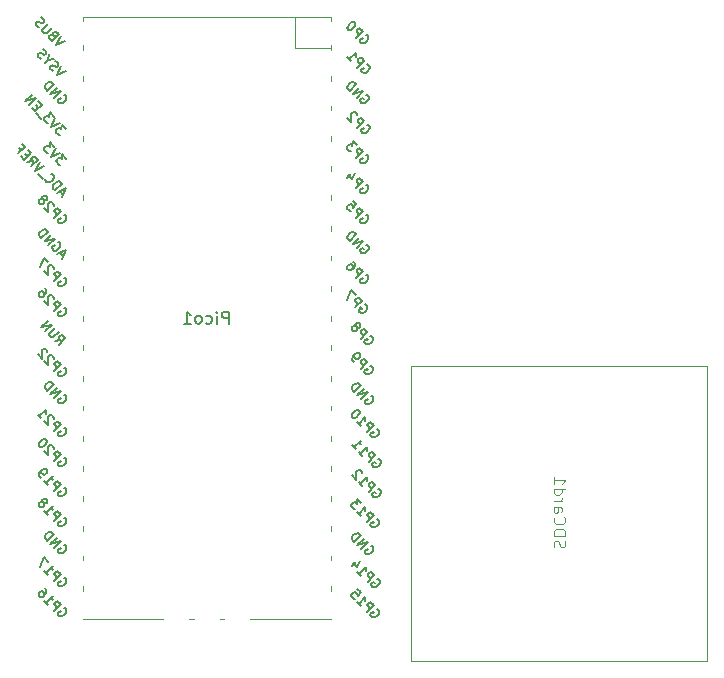
<source format=gbr>
%TF.GenerationSoftware,KiCad,Pcbnew,7.0.10+dfsg-1*%
%TF.CreationDate,2024-02-23T09:49:32+01:00*%
%TF.ProjectId,chibi_v2_1,63686962-695f-4763-925f-312e6b696361,rev?*%
%TF.SameCoordinates,Original*%
%TF.FileFunction,Legend,Bot*%
%TF.FilePolarity,Positive*%
%FSLAX46Y46*%
G04 Gerber Fmt 4.6, Leading zero omitted, Abs format (unit mm)*
G04 Created by KiCad (PCBNEW 7.0.10+dfsg-1) date 2024-02-23 09:49:32*
%MOMM*%
%LPD*%
G01*
G04 APERTURE LIST*
%ADD10C,0.150000*%
%ADD11C,0.100000*%
%ADD12C,0.120000*%
G04 APERTURE END LIST*
D10*
X119332142Y-72844819D02*
X119332142Y-71844819D01*
X119332142Y-71844819D02*
X118951190Y-71844819D01*
X118951190Y-71844819D02*
X118855952Y-71892438D01*
X118855952Y-71892438D02*
X118808333Y-71940057D01*
X118808333Y-71940057D02*
X118760714Y-72035295D01*
X118760714Y-72035295D02*
X118760714Y-72178152D01*
X118760714Y-72178152D02*
X118808333Y-72273390D01*
X118808333Y-72273390D02*
X118855952Y-72321009D01*
X118855952Y-72321009D02*
X118951190Y-72368628D01*
X118951190Y-72368628D02*
X119332142Y-72368628D01*
X118332142Y-72844819D02*
X118332142Y-72178152D01*
X118332142Y-71844819D02*
X118379761Y-71892438D01*
X118379761Y-71892438D02*
X118332142Y-71940057D01*
X118332142Y-71940057D02*
X118284523Y-71892438D01*
X118284523Y-71892438D02*
X118332142Y-71844819D01*
X118332142Y-71844819D02*
X118332142Y-71940057D01*
X117427381Y-72797200D02*
X117522619Y-72844819D01*
X117522619Y-72844819D02*
X117713095Y-72844819D01*
X117713095Y-72844819D02*
X117808333Y-72797200D01*
X117808333Y-72797200D02*
X117855952Y-72749580D01*
X117855952Y-72749580D02*
X117903571Y-72654342D01*
X117903571Y-72654342D02*
X117903571Y-72368628D01*
X117903571Y-72368628D02*
X117855952Y-72273390D01*
X117855952Y-72273390D02*
X117808333Y-72225771D01*
X117808333Y-72225771D02*
X117713095Y-72178152D01*
X117713095Y-72178152D02*
X117522619Y-72178152D01*
X117522619Y-72178152D02*
X117427381Y-72225771D01*
X116855952Y-72844819D02*
X116951190Y-72797200D01*
X116951190Y-72797200D02*
X116998809Y-72749580D01*
X116998809Y-72749580D02*
X117046428Y-72654342D01*
X117046428Y-72654342D02*
X117046428Y-72368628D01*
X117046428Y-72368628D02*
X116998809Y-72273390D01*
X116998809Y-72273390D02*
X116951190Y-72225771D01*
X116951190Y-72225771D02*
X116855952Y-72178152D01*
X116855952Y-72178152D02*
X116713095Y-72178152D01*
X116713095Y-72178152D02*
X116617857Y-72225771D01*
X116617857Y-72225771D02*
X116570238Y-72273390D01*
X116570238Y-72273390D02*
X116522619Y-72368628D01*
X116522619Y-72368628D02*
X116522619Y-72654342D01*
X116522619Y-72654342D02*
X116570238Y-72749580D01*
X116570238Y-72749580D02*
X116617857Y-72797200D01*
X116617857Y-72797200D02*
X116713095Y-72844819D01*
X116713095Y-72844819D02*
X116855952Y-72844819D01*
X115570238Y-72844819D02*
X116141666Y-72844819D01*
X115855952Y-72844819D02*
X115855952Y-71844819D01*
X115855952Y-71844819D02*
X115951190Y-71987676D01*
X115951190Y-71987676D02*
X116046428Y-72082914D01*
X116046428Y-72082914D02*
X116141666Y-72130533D01*
X130961627Y-48381494D02*
X131042439Y-48408431D01*
X131042439Y-48408431D02*
X131123251Y-48489243D01*
X131123251Y-48489243D02*
X131177126Y-48596993D01*
X131177126Y-48596993D02*
X131177126Y-48704742D01*
X131177126Y-48704742D02*
X131150189Y-48785555D01*
X131150189Y-48785555D02*
X131069376Y-48920242D01*
X131069376Y-48920242D02*
X130988564Y-49001054D01*
X130988564Y-49001054D02*
X130853877Y-49081866D01*
X130853877Y-49081866D02*
X130773065Y-49108803D01*
X130773065Y-49108803D02*
X130665315Y-49108803D01*
X130665315Y-49108803D02*
X130557566Y-49054929D01*
X130557566Y-49054929D02*
X130503691Y-49001054D01*
X130503691Y-49001054D02*
X130449816Y-48893304D01*
X130449816Y-48893304D02*
X130449816Y-48839429D01*
X130449816Y-48839429D02*
X130638378Y-48650868D01*
X130638378Y-48650868D02*
X130746128Y-48758617D01*
X130153505Y-48650868D02*
X130719190Y-48085182D01*
X130719190Y-48085182D02*
X130503691Y-47869683D01*
X130503691Y-47869683D02*
X130422879Y-47842746D01*
X130422879Y-47842746D02*
X130369004Y-47842746D01*
X130369004Y-47842746D02*
X130288192Y-47869683D01*
X130288192Y-47869683D02*
X130207380Y-47950495D01*
X130207380Y-47950495D02*
X130180442Y-48031307D01*
X130180442Y-48031307D02*
X130180442Y-48085182D01*
X130180442Y-48085182D02*
X130207380Y-48165994D01*
X130207380Y-48165994D02*
X130422879Y-48381494D01*
X130045755Y-47411747D02*
X129991880Y-47357872D01*
X129991880Y-47357872D02*
X129911068Y-47330935D01*
X129911068Y-47330935D02*
X129857193Y-47330935D01*
X129857193Y-47330935D02*
X129776381Y-47357872D01*
X129776381Y-47357872D02*
X129641694Y-47438685D01*
X129641694Y-47438685D02*
X129507007Y-47573372D01*
X129507007Y-47573372D02*
X129426195Y-47708059D01*
X129426195Y-47708059D02*
X129399258Y-47788871D01*
X129399258Y-47788871D02*
X129399258Y-47842746D01*
X129399258Y-47842746D02*
X129426195Y-47923558D01*
X129426195Y-47923558D02*
X129480070Y-47977433D01*
X129480070Y-47977433D02*
X129560882Y-48004370D01*
X129560882Y-48004370D02*
X129614757Y-48004370D01*
X129614757Y-48004370D02*
X129695569Y-47977433D01*
X129695569Y-47977433D02*
X129830256Y-47896620D01*
X129830256Y-47896620D02*
X129964943Y-47761933D01*
X129964943Y-47761933D02*
X130045755Y-47627246D01*
X130045755Y-47627246D02*
X130072693Y-47546434D01*
X130072693Y-47546434D02*
X130072693Y-47492559D01*
X130072693Y-47492559D02*
X130045755Y-47411747D01*
X130961627Y-63621494D02*
X131042439Y-63648431D01*
X131042439Y-63648431D02*
X131123251Y-63729243D01*
X131123251Y-63729243D02*
X131177126Y-63836993D01*
X131177126Y-63836993D02*
X131177126Y-63944742D01*
X131177126Y-63944742D02*
X131150189Y-64025555D01*
X131150189Y-64025555D02*
X131069376Y-64160242D01*
X131069376Y-64160242D02*
X130988564Y-64241054D01*
X130988564Y-64241054D02*
X130853877Y-64321866D01*
X130853877Y-64321866D02*
X130773065Y-64348803D01*
X130773065Y-64348803D02*
X130665315Y-64348803D01*
X130665315Y-64348803D02*
X130557566Y-64294929D01*
X130557566Y-64294929D02*
X130503691Y-64241054D01*
X130503691Y-64241054D02*
X130449816Y-64133304D01*
X130449816Y-64133304D02*
X130449816Y-64079429D01*
X130449816Y-64079429D02*
X130638378Y-63890868D01*
X130638378Y-63890868D02*
X130746128Y-63998617D01*
X130153505Y-63890868D02*
X130719190Y-63325182D01*
X130719190Y-63325182D02*
X130503691Y-63109683D01*
X130503691Y-63109683D02*
X130422879Y-63082746D01*
X130422879Y-63082746D02*
X130369004Y-63082746D01*
X130369004Y-63082746D02*
X130288192Y-63109683D01*
X130288192Y-63109683D02*
X130207380Y-63190495D01*
X130207380Y-63190495D02*
X130180442Y-63271307D01*
X130180442Y-63271307D02*
X130180442Y-63325182D01*
X130180442Y-63325182D02*
X130207380Y-63405994D01*
X130207380Y-63405994D02*
X130422879Y-63621494D01*
X129884131Y-62490123D02*
X130153505Y-62759497D01*
X130153505Y-62759497D02*
X129911068Y-63055808D01*
X129911068Y-63055808D02*
X129911068Y-63001933D01*
X129911068Y-63001933D02*
X129884131Y-62921121D01*
X129884131Y-62921121D02*
X129749444Y-62786434D01*
X129749444Y-62786434D02*
X129668632Y-62759497D01*
X129668632Y-62759497D02*
X129614757Y-62759497D01*
X129614757Y-62759497D02*
X129533945Y-62786434D01*
X129533945Y-62786434D02*
X129399258Y-62921121D01*
X129399258Y-62921121D02*
X129372320Y-63001933D01*
X129372320Y-63001933D02*
X129372320Y-63055808D01*
X129372320Y-63055808D02*
X129399258Y-63136620D01*
X129399258Y-63136620D02*
X129533945Y-63271307D01*
X129533945Y-63271307D02*
X129614757Y-63298245D01*
X129614757Y-63298245D02*
X129668632Y-63298245D01*
X130861627Y-71211494D02*
X130942439Y-71238431D01*
X130942439Y-71238431D02*
X131023251Y-71319243D01*
X131023251Y-71319243D02*
X131077126Y-71426993D01*
X131077126Y-71426993D02*
X131077126Y-71534742D01*
X131077126Y-71534742D02*
X131050189Y-71615555D01*
X131050189Y-71615555D02*
X130969376Y-71750242D01*
X130969376Y-71750242D02*
X130888564Y-71831054D01*
X130888564Y-71831054D02*
X130753877Y-71911866D01*
X130753877Y-71911866D02*
X130673065Y-71938803D01*
X130673065Y-71938803D02*
X130565315Y-71938803D01*
X130565315Y-71938803D02*
X130457566Y-71884929D01*
X130457566Y-71884929D02*
X130403691Y-71831054D01*
X130403691Y-71831054D02*
X130349816Y-71723304D01*
X130349816Y-71723304D02*
X130349816Y-71669429D01*
X130349816Y-71669429D02*
X130538378Y-71480868D01*
X130538378Y-71480868D02*
X130646128Y-71588617D01*
X130053505Y-71480868D02*
X130619190Y-70915182D01*
X130619190Y-70915182D02*
X130403691Y-70699683D01*
X130403691Y-70699683D02*
X130322879Y-70672746D01*
X130322879Y-70672746D02*
X130269004Y-70672746D01*
X130269004Y-70672746D02*
X130188192Y-70699683D01*
X130188192Y-70699683D02*
X130107380Y-70780495D01*
X130107380Y-70780495D02*
X130080442Y-70861307D01*
X130080442Y-70861307D02*
X130080442Y-70915182D01*
X130080442Y-70915182D02*
X130107380Y-70995994D01*
X130107380Y-70995994D02*
X130322879Y-71211494D01*
X130107380Y-70403372D02*
X129730256Y-70026248D01*
X129730256Y-70026248D02*
X129407007Y-70834370D01*
X105377001Y-63636868D02*
X105457814Y-63663805D01*
X105457814Y-63663805D02*
X105538626Y-63744618D01*
X105538626Y-63744618D02*
X105592501Y-63852367D01*
X105592501Y-63852367D02*
X105592501Y-63960117D01*
X105592501Y-63960117D02*
X105565563Y-64040929D01*
X105565563Y-64040929D02*
X105484751Y-64175616D01*
X105484751Y-64175616D02*
X105403939Y-64256428D01*
X105403939Y-64256428D02*
X105269252Y-64337241D01*
X105269252Y-64337241D02*
X105188439Y-64364178D01*
X105188439Y-64364178D02*
X105080690Y-64364178D01*
X105080690Y-64364178D02*
X104972940Y-64310303D01*
X104972940Y-64310303D02*
X104919065Y-64256428D01*
X104919065Y-64256428D02*
X104865191Y-64148679D01*
X104865191Y-64148679D02*
X104865191Y-64094804D01*
X104865191Y-64094804D02*
X105053752Y-63906242D01*
X105053752Y-63906242D02*
X105161502Y-64013992D01*
X104568879Y-63906242D02*
X105134565Y-63340557D01*
X105134565Y-63340557D02*
X104919065Y-63125057D01*
X104919065Y-63125057D02*
X104838253Y-63098120D01*
X104838253Y-63098120D02*
X104784378Y-63098120D01*
X104784378Y-63098120D02*
X104703566Y-63125057D01*
X104703566Y-63125057D02*
X104622754Y-63205870D01*
X104622754Y-63205870D02*
X104595817Y-63286682D01*
X104595817Y-63286682D02*
X104595817Y-63340557D01*
X104595817Y-63340557D02*
X104622754Y-63421369D01*
X104622754Y-63421369D02*
X104838253Y-63636868D01*
X104541942Y-62855683D02*
X104541942Y-62801809D01*
X104541942Y-62801809D02*
X104515004Y-62720996D01*
X104515004Y-62720996D02*
X104380317Y-62586309D01*
X104380317Y-62586309D02*
X104299505Y-62559372D01*
X104299505Y-62559372D02*
X104245630Y-62559372D01*
X104245630Y-62559372D02*
X104164818Y-62586309D01*
X104164818Y-62586309D02*
X104110943Y-62640184D01*
X104110943Y-62640184D02*
X104057069Y-62747934D01*
X104057069Y-62747934D02*
X104057069Y-63394431D01*
X104057069Y-63394431D02*
X103706882Y-63044245D01*
X103706882Y-62397747D02*
X103787694Y-62424685D01*
X103787694Y-62424685D02*
X103841569Y-62424685D01*
X103841569Y-62424685D02*
X103922381Y-62397747D01*
X103922381Y-62397747D02*
X103949319Y-62370810D01*
X103949319Y-62370810D02*
X103976256Y-62289998D01*
X103976256Y-62289998D02*
X103976256Y-62236123D01*
X103976256Y-62236123D02*
X103949319Y-62155311D01*
X103949319Y-62155311D02*
X103841569Y-62047561D01*
X103841569Y-62047561D02*
X103760757Y-62020624D01*
X103760757Y-62020624D02*
X103706882Y-62020624D01*
X103706882Y-62020624D02*
X103626070Y-62047561D01*
X103626070Y-62047561D02*
X103599133Y-62074499D01*
X103599133Y-62074499D02*
X103572195Y-62155311D01*
X103572195Y-62155311D02*
X103572195Y-62209186D01*
X103572195Y-62209186D02*
X103599133Y-62289998D01*
X103599133Y-62289998D02*
X103706882Y-62397747D01*
X103706882Y-62397747D02*
X103733820Y-62478560D01*
X103733820Y-62478560D02*
X103733820Y-62532434D01*
X103733820Y-62532434D02*
X103706882Y-62613247D01*
X103706882Y-62613247D02*
X103599133Y-62720996D01*
X103599133Y-62720996D02*
X103518320Y-62747934D01*
X103518320Y-62747934D02*
X103464446Y-62747934D01*
X103464446Y-62747934D02*
X103383633Y-62720996D01*
X103383633Y-62720996D02*
X103275884Y-62613247D01*
X103275884Y-62613247D02*
X103248946Y-62532434D01*
X103248946Y-62532434D02*
X103248946Y-62478560D01*
X103248946Y-62478560D02*
X103275884Y-62397747D01*
X103275884Y-62397747D02*
X103383633Y-62289998D01*
X103383633Y-62289998D02*
X103464446Y-62263060D01*
X103464446Y-62263060D02*
X103518320Y-62263060D01*
X103518320Y-62263060D02*
X103599133Y-62289998D01*
X130988564Y-66188431D02*
X131069376Y-66215368D01*
X131069376Y-66215368D02*
X131150188Y-66296180D01*
X131150188Y-66296180D02*
X131204063Y-66403930D01*
X131204063Y-66403930D02*
X131204063Y-66511680D01*
X131204063Y-66511680D02*
X131177126Y-66592492D01*
X131177126Y-66592492D02*
X131096314Y-66727179D01*
X131096314Y-66727179D02*
X131015501Y-66807991D01*
X131015501Y-66807991D02*
X130880814Y-66888803D01*
X130880814Y-66888803D02*
X130800002Y-66915741D01*
X130800002Y-66915741D02*
X130692253Y-66915741D01*
X130692253Y-66915741D02*
X130584503Y-66861866D01*
X130584503Y-66861866D02*
X130530628Y-66807991D01*
X130530628Y-66807991D02*
X130476753Y-66700241D01*
X130476753Y-66700241D02*
X130476753Y-66646367D01*
X130476753Y-66646367D02*
X130665315Y-66457805D01*
X130665315Y-66457805D02*
X130773065Y-66565554D01*
X130180442Y-66457805D02*
X130746127Y-65892119D01*
X130746127Y-65892119D02*
X129857193Y-66134556D01*
X129857193Y-66134556D02*
X130422879Y-65568871D01*
X129587819Y-65865182D02*
X130153505Y-65299497D01*
X130153505Y-65299497D02*
X130018818Y-65164810D01*
X130018818Y-65164810D02*
X129911068Y-65110935D01*
X129911068Y-65110935D02*
X129803319Y-65110935D01*
X129803319Y-65110935D02*
X129722506Y-65137872D01*
X129722506Y-65137872D02*
X129587819Y-65218685D01*
X129587819Y-65218685D02*
X129507007Y-65299497D01*
X129507007Y-65299497D02*
X129426195Y-65434184D01*
X129426195Y-65434184D02*
X129399258Y-65514996D01*
X129399258Y-65514996D02*
X129399258Y-65622746D01*
X129399258Y-65622746D02*
X129453132Y-65730495D01*
X129453132Y-65730495D02*
X129587819Y-65865182D01*
X105377001Y-96910868D02*
X105457814Y-96937805D01*
X105457814Y-96937805D02*
X105538626Y-97018618D01*
X105538626Y-97018618D02*
X105592501Y-97126367D01*
X105592501Y-97126367D02*
X105592501Y-97234117D01*
X105592501Y-97234117D02*
X105565563Y-97314929D01*
X105565563Y-97314929D02*
X105484751Y-97449616D01*
X105484751Y-97449616D02*
X105403939Y-97530428D01*
X105403939Y-97530428D02*
X105269252Y-97611241D01*
X105269252Y-97611241D02*
X105188439Y-97638178D01*
X105188439Y-97638178D02*
X105080690Y-97638178D01*
X105080690Y-97638178D02*
X104972940Y-97584303D01*
X104972940Y-97584303D02*
X104919065Y-97530428D01*
X104919065Y-97530428D02*
X104865191Y-97422679D01*
X104865191Y-97422679D02*
X104865191Y-97368804D01*
X104865191Y-97368804D02*
X105053752Y-97180242D01*
X105053752Y-97180242D02*
X105161502Y-97287992D01*
X104568879Y-97180242D02*
X105134565Y-96614557D01*
X105134565Y-96614557D02*
X104919065Y-96399057D01*
X104919065Y-96399057D02*
X104838253Y-96372120D01*
X104838253Y-96372120D02*
X104784378Y-96372120D01*
X104784378Y-96372120D02*
X104703566Y-96399057D01*
X104703566Y-96399057D02*
X104622754Y-96479870D01*
X104622754Y-96479870D02*
X104595817Y-96560682D01*
X104595817Y-96560682D02*
X104595817Y-96614557D01*
X104595817Y-96614557D02*
X104622754Y-96695369D01*
X104622754Y-96695369D02*
X104838253Y-96910868D01*
X103706882Y-96318245D02*
X104030131Y-96641494D01*
X103868507Y-96479870D02*
X104434192Y-95914184D01*
X104434192Y-95914184D02*
X104407255Y-96048871D01*
X104407255Y-96048871D02*
X104407255Y-96156621D01*
X104407255Y-96156621D02*
X104434192Y-96237433D01*
X103787694Y-95267686D02*
X103895444Y-95375436D01*
X103895444Y-95375436D02*
X103922381Y-95456248D01*
X103922381Y-95456248D02*
X103922381Y-95510123D01*
X103922381Y-95510123D02*
X103895444Y-95644810D01*
X103895444Y-95644810D02*
X103814632Y-95779497D01*
X103814632Y-95779497D02*
X103599133Y-95994996D01*
X103599133Y-95994996D02*
X103518320Y-96021934D01*
X103518320Y-96021934D02*
X103464446Y-96021934D01*
X103464446Y-96021934D02*
X103383633Y-95994996D01*
X103383633Y-95994996D02*
X103275884Y-95887247D01*
X103275884Y-95887247D02*
X103248946Y-95806434D01*
X103248946Y-95806434D02*
X103248946Y-95752560D01*
X103248946Y-95752560D02*
X103275884Y-95671747D01*
X103275884Y-95671747D02*
X103410571Y-95537060D01*
X103410571Y-95537060D02*
X103491383Y-95510123D01*
X103491383Y-95510123D02*
X103545258Y-95510123D01*
X103545258Y-95510123D02*
X103626070Y-95537060D01*
X103626070Y-95537060D02*
X103733820Y-95644810D01*
X103733820Y-95644810D02*
X103760757Y-95725622D01*
X103760757Y-95725622D02*
X103760757Y-95779497D01*
X103760757Y-95779497D02*
X103733820Y-95860309D01*
X105323126Y-67131240D02*
X105053752Y-66861866D01*
X105215376Y-67346739D02*
X105592500Y-66592492D01*
X105592500Y-66592492D02*
X104838253Y-66969615D01*
X104892128Y-65945994D02*
X104972940Y-65972932D01*
X104972940Y-65972932D02*
X105053752Y-66053744D01*
X105053752Y-66053744D02*
X105107627Y-66161494D01*
X105107627Y-66161494D02*
X105107627Y-66269243D01*
X105107627Y-66269243D02*
X105080689Y-66350055D01*
X105080689Y-66350055D02*
X104999877Y-66484742D01*
X104999877Y-66484742D02*
X104919065Y-66565555D01*
X104919065Y-66565555D02*
X104784378Y-66646367D01*
X104784378Y-66646367D02*
X104703566Y-66673304D01*
X104703566Y-66673304D02*
X104595816Y-66673304D01*
X104595816Y-66673304D02*
X104488067Y-66619429D01*
X104488067Y-66619429D02*
X104434192Y-66565555D01*
X104434192Y-66565555D02*
X104380317Y-66457805D01*
X104380317Y-66457805D02*
X104380317Y-66403930D01*
X104380317Y-66403930D02*
X104568879Y-66215368D01*
X104568879Y-66215368D02*
X104676628Y-66323118D01*
X104084006Y-66215368D02*
X104649691Y-65649683D01*
X104649691Y-65649683D02*
X103760757Y-65892120D01*
X103760757Y-65892120D02*
X104326442Y-65326434D01*
X103491383Y-65622746D02*
X104057068Y-65057060D01*
X104057068Y-65057060D02*
X103922381Y-64922373D01*
X103922381Y-64922373D02*
X103814632Y-64868498D01*
X103814632Y-64868498D02*
X103706882Y-64868498D01*
X103706882Y-64868498D02*
X103626070Y-64895436D01*
X103626070Y-64895436D02*
X103491383Y-64976248D01*
X103491383Y-64976248D02*
X103410571Y-65057060D01*
X103410571Y-65057060D02*
X103329758Y-65191747D01*
X103329758Y-65191747D02*
X103302821Y-65272560D01*
X103302821Y-65272560D02*
X103302821Y-65380309D01*
X103302821Y-65380309D02*
X103356696Y-65488059D01*
X103356696Y-65488059D02*
X103491383Y-65622746D01*
X105377001Y-71510868D02*
X105457814Y-71537805D01*
X105457814Y-71537805D02*
X105538626Y-71618618D01*
X105538626Y-71618618D02*
X105592501Y-71726367D01*
X105592501Y-71726367D02*
X105592501Y-71834117D01*
X105592501Y-71834117D02*
X105565563Y-71914929D01*
X105565563Y-71914929D02*
X105484751Y-72049616D01*
X105484751Y-72049616D02*
X105403939Y-72130428D01*
X105403939Y-72130428D02*
X105269252Y-72211241D01*
X105269252Y-72211241D02*
X105188439Y-72238178D01*
X105188439Y-72238178D02*
X105080690Y-72238178D01*
X105080690Y-72238178D02*
X104972940Y-72184303D01*
X104972940Y-72184303D02*
X104919065Y-72130428D01*
X104919065Y-72130428D02*
X104865191Y-72022679D01*
X104865191Y-72022679D02*
X104865191Y-71968804D01*
X104865191Y-71968804D02*
X105053752Y-71780242D01*
X105053752Y-71780242D02*
X105161502Y-71887992D01*
X104568879Y-71780242D02*
X105134565Y-71214557D01*
X105134565Y-71214557D02*
X104919065Y-70999057D01*
X104919065Y-70999057D02*
X104838253Y-70972120D01*
X104838253Y-70972120D02*
X104784378Y-70972120D01*
X104784378Y-70972120D02*
X104703566Y-70999057D01*
X104703566Y-70999057D02*
X104622754Y-71079870D01*
X104622754Y-71079870D02*
X104595817Y-71160682D01*
X104595817Y-71160682D02*
X104595817Y-71214557D01*
X104595817Y-71214557D02*
X104622754Y-71295369D01*
X104622754Y-71295369D02*
X104838253Y-71510868D01*
X104541942Y-70729683D02*
X104541942Y-70675809D01*
X104541942Y-70675809D02*
X104515004Y-70594996D01*
X104515004Y-70594996D02*
X104380317Y-70460309D01*
X104380317Y-70460309D02*
X104299505Y-70433372D01*
X104299505Y-70433372D02*
X104245630Y-70433372D01*
X104245630Y-70433372D02*
X104164818Y-70460309D01*
X104164818Y-70460309D02*
X104110943Y-70514184D01*
X104110943Y-70514184D02*
X104057069Y-70621934D01*
X104057069Y-70621934D02*
X104057069Y-71268431D01*
X104057069Y-71268431D02*
X103706882Y-70918245D01*
X103787694Y-69867686D02*
X103895444Y-69975436D01*
X103895444Y-69975436D02*
X103922381Y-70056248D01*
X103922381Y-70056248D02*
X103922381Y-70110123D01*
X103922381Y-70110123D02*
X103895444Y-70244810D01*
X103895444Y-70244810D02*
X103814632Y-70379497D01*
X103814632Y-70379497D02*
X103599133Y-70594996D01*
X103599133Y-70594996D02*
X103518320Y-70621934D01*
X103518320Y-70621934D02*
X103464446Y-70621934D01*
X103464446Y-70621934D02*
X103383633Y-70594996D01*
X103383633Y-70594996D02*
X103275884Y-70487247D01*
X103275884Y-70487247D02*
X103248946Y-70406434D01*
X103248946Y-70406434D02*
X103248946Y-70352560D01*
X103248946Y-70352560D02*
X103275884Y-70271747D01*
X103275884Y-70271747D02*
X103410571Y-70137060D01*
X103410571Y-70137060D02*
X103491383Y-70110123D01*
X103491383Y-70110123D02*
X103545258Y-70110123D01*
X103545258Y-70110123D02*
X103626070Y-70137060D01*
X103626070Y-70137060D02*
X103733820Y-70244810D01*
X103733820Y-70244810D02*
X103760757Y-70325622D01*
X103760757Y-70325622D02*
X103760757Y-70379497D01*
X103760757Y-70379497D02*
X103733820Y-70460309D01*
X105377001Y-89290868D02*
X105457814Y-89317805D01*
X105457814Y-89317805D02*
X105538626Y-89398618D01*
X105538626Y-89398618D02*
X105592501Y-89506367D01*
X105592501Y-89506367D02*
X105592501Y-89614117D01*
X105592501Y-89614117D02*
X105565563Y-89694929D01*
X105565563Y-89694929D02*
X105484751Y-89829616D01*
X105484751Y-89829616D02*
X105403939Y-89910428D01*
X105403939Y-89910428D02*
X105269252Y-89991241D01*
X105269252Y-89991241D02*
X105188439Y-90018178D01*
X105188439Y-90018178D02*
X105080690Y-90018178D01*
X105080690Y-90018178D02*
X104972940Y-89964303D01*
X104972940Y-89964303D02*
X104919065Y-89910428D01*
X104919065Y-89910428D02*
X104865191Y-89802679D01*
X104865191Y-89802679D02*
X104865191Y-89748804D01*
X104865191Y-89748804D02*
X105053752Y-89560242D01*
X105053752Y-89560242D02*
X105161502Y-89667992D01*
X104568879Y-89560242D02*
X105134565Y-88994557D01*
X105134565Y-88994557D02*
X104919065Y-88779057D01*
X104919065Y-88779057D02*
X104838253Y-88752120D01*
X104838253Y-88752120D02*
X104784378Y-88752120D01*
X104784378Y-88752120D02*
X104703566Y-88779057D01*
X104703566Y-88779057D02*
X104622754Y-88859870D01*
X104622754Y-88859870D02*
X104595817Y-88940682D01*
X104595817Y-88940682D02*
X104595817Y-88994557D01*
X104595817Y-88994557D02*
X104622754Y-89075369D01*
X104622754Y-89075369D02*
X104838253Y-89290868D01*
X103706882Y-88698245D02*
X104030131Y-89021494D01*
X103868507Y-88859870D02*
X104434192Y-88294184D01*
X104434192Y-88294184D02*
X104407255Y-88428871D01*
X104407255Y-88428871D02*
X104407255Y-88536621D01*
X104407255Y-88536621D02*
X104434192Y-88617433D01*
X103706882Y-88051747D02*
X103787694Y-88078685D01*
X103787694Y-88078685D02*
X103841569Y-88078685D01*
X103841569Y-88078685D02*
X103922381Y-88051747D01*
X103922381Y-88051747D02*
X103949319Y-88024810D01*
X103949319Y-88024810D02*
X103976256Y-87943998D01*
X103976256Y-87943998D02*
X103976256Y-87890123D01*
X103976256Y-87890123D02*
X103949319Y-87809311D01*
X103949319Y-87809311D02*
X103841569Y-87701561D01*
X103841569Y-87701561D02*
X103760757Y-87674624D01*
X103760757Y-87674624D02*
X103706882Y-87674624D01*
X103706882Y-87674624D02*
X103626070Y-87701561D01*
X103626070Y-87701561D02*
X103599133Y-87728499D01*
X103599133Y-87728499D02*
X103572195Y-87809311D01*
X103572195Y-87809311D02*
X103572195Y-87863186D01*
X103572195Y-87863186D02*
X103599133Y-87943998D01*
X103599133Y-87943998D02*
X103706882Y-88051747D01*
X103706882Y-88051747D02*
X103733820Y-88132560D01*
X103733820Y-88132560D02*
X103733820Y-88186434D01*
X103733820Y-88186434D02*
X103706882Y-88267247D01*
X103706882Y-88267247D02*
X103599133Y-88374996D01*
X103599133Y-88374996D02*
X103518320Y-88401934D01*
X103518320Y-88401934D02*
X103464446Y-88401934D01*
X103464446Y-88401934D02*
X103383633Y-88374996D01*
X103383633Y-88374996D02*
X103275884Y-88267247D01*
X103275884Y-88267247D02*
X103248946Y-88186434D01*
X103248946Y-88186434D02*
X103248946Y-88132560D01*
X103248946Y-88132560D02*
X103275884Y-88051747D01*
X103275884Y-88051747D02*
X103383633Y-87943998D01*
X103383633Y-87943998D02*
X103464446Y-87917060D01*
X103464446Y-87917060D02*
X103518320Y-87917060D01*
X103518320Y-87917060D02*
X103599133Y-87943998D01*
X132011001Y-86835868D02*
X132091814Y-86862805D01*
X132091814Y-86862805D02*
X132172626Y-86943618D01*
X132172626Y-86943618D02*
X132226501Y-87051367D01*
X132226501Y-87051367D02*
X132226501Y-87159117D01*
X132226501Y-87159117D02*
X132199563Y-87239929D01*
X132199563Y-87239929D02*
X132118751Y-87374616D01*
X132118751Y-87374616D02*
X132037939Y-87455428D01*
X132037939Y-87455428D02*
X131903252Y-87536241D01*
X131903252Y-87536241D02*
X131822439Y-87563178D01*
X131822439Y-87563178D02*
X131714690Y-87563178D01*
X131714690Y-87563178D02*
X131606940Y-87509303D01*
X131606940Y-87509303D02*
X131553065Y-87455428D01*
X131553065Y-87455428D02*
X131499191Y-87347679D01*
X131499191Y-87347679D02*
X131499191Y-87293804D01*
X131499191Y-87293804D02*
X131687752Y-87105242D01*
X131687752Y-87105242D02*
X131795502Y-87212992D01*
X131202879Y-87105242D02*
X131768565Y-86539557D01*
X131768565Y-86539557D02*
X131553065Y-86324057D01*
X131553065Y-86324057D02*
X131472253Y-86297120D01*
X131472253Y-86297120D02*
X131418378Y-86297120D01*
X131418378Y-86297120D02*
X131337566Y-86324057D01*
X131337566Y-86324057D02*
X131256754Y-86404870D01*
X131256754Y-86404870D02*
X131229817Y-86485682D01*
X131229817Y-86485682D02*
X131229817Y-86539557D01*
X131229817Y-86539557D02*
X131256754Y-86620369D01*
X131256754Y-86620369D02*
X131472253Y-86835868D01*
X130340882Y-86243245D02*
X130664131Y-86566494D01*
X130502507Y-86404870D02*
X131068192Y-85839184D01*
X131068192Y-85839184D02*
X131041255Y-85973871D01*
X131041255Y-85973871D02*
X131041255Y-86081621D01*
X131041255Y-86081621D02*
X131068192Y-86162433D01*
X130637194Y-85515935D02*
X130637194Y-85462060D01*
X130637194Y-85462060D02*
X130610256Y-85381248D01*
X130610256Y-85381248D02*
X130475569Y-85246561D01*
X130475569Y-85246561D02*
X130394757Y-85219624D01*
X130394757Y-85219624D02*
X130340882Y-85219624D01*
X130340882Y-85219624D02*
X130260070Y-85246561D01*
X130260070Y-85246561D02*
X130206195Y-85300436D01*
X130206195Y-85300436D02*
X130152320Y-85408186D01*
X130152320Y-85408186D02*
X130152320Y-86054683D01*
X130152320Y-86054683D02*
X129802134Y-85704497D01*
X130961627Y-58541494D02*
X131042439Y-58568431D01*
X131042439Y-58568431D02*
X131123251Y-58649243D01*
X131123251Y-58649243D02*
X131177126Y-58756993D01*
X131177126Y-58756993D02*
X131177126Y-58864742D01*
X131177126Y-58864742D02*
X131150189Y-58945555D01*
X131150189Y-58945555D02*
X131069376Y-59080242D01*
X131069376Y-59080242D02*
X130988564Y-59161054D01*
X130988564Y-59161054D02*
X130853877Y-59241866D01*
X130853877Y-59241866D02*
X130773065Y-59268803D01*
X130773065Y-59268803D02*
X130665315Y-59268803D01*
X130665315Y-59268803D02*
X130557566Y-59214929D01*
X130557566Y-59214929D02*
X130503691Y-59161054D01*
X130503691Y-59161054D02*
X130449816Y-59053304D01*
X130449816Y-59053304D02*
X130449816Y-58999429D01*
X130449816Y-58999429D02*
X130638378Y-58810868D01*
X130638378Y-58810868D02*
X130746128Y-58918617D01*
X130153505Y-58810868D02*
X130719190Y-58245182D01*
X130719190Y-58245182D02*
X130503691Y-58029683D01*
X130503691Y-58029683D02*
X130422879Y-58002746D01*
X130422879Y-58002746D02*
X130369004Y-58002746D01*
X130369004Y-58002746D02*
X130288192Y-58029683D01*
X130288192Y-58029683D02*
X130207380Y-58110495D01*
X130207380Y-58110495D02*
X130180442Y-58191307D01*
X130180442Y-58191307D02*
X130180442Y-58245182D01*
X130180442Y-58245182D02*
X130207380Y-58325994D01*
X130207380Y-58325994D02*
X130422879Y-58541494D01*
X130207380Y-57733372D02*
X129857193Y-57383185D01*
X129857193Y-57383185D02*
X129830256Y-57787246D01*
X129830256Y-57787246D02*
X129749444Y-57706434D01*
X129749444Y-57706434D02*
X129668632Y-57679497D01*
X129668632Y-57679497D02*
X129614757Y-57679497D01*
X129614757Y-57679497D02*
X129533945Y-57706434D01*
X129533945Y-57706434D02*
X129399258Y-57841121D01*
X129399258Y-57841121D02*
X129372320Y-57921933D01*
X129372320Y-57921933D02*
X129372320Y-57975808D01*
X129372320Y-57975808D02*
X129399258Y-58056620D01*
X129399258Y-58056620D02*
X129560882Y-58218245D01*
X129560882Y-58218245D02*
X129641694Y-58245182D01*
X129641694Y-58245182D02*
X129695569Y-58245182D01*
X130961627Y-61081494D02*
X131042439Y-61108431D01*
X131042439Y-61108431D02*
X131123251Y-61189243D01*
X131123251Y-61189243D02*
X131177126Y-61296993D01*
X131177126Y-61296993D02*
X131177126Y-61404742D01*
X131177126Y-61404742D02*
X131150189Y-61485555D01*
X131150189Y-61485555D02*
X131069376Y-61620242D01*
X131069376Y-61620242D02*
X130988564Y-61701054D01*
X130988564Y-61701054D02*
X130853877Y-61781866D01*
X130853877Y-61781866D02*
X130773065Y-61808803D01*
X130773065Y-61808803D02*
X130665315Y-61808803D01*
X130665315Y-61808803D02*
X130557566Y-61754929D01*
X130557566Y-61754929D02*
X130503691Y-61701054D01*
X130503691Y-61701054D02*
X130449816Y-61593304D01*
X130449816Y-61593304D02*
X130449816Y-61539429D01*
X130449816Y-61539429D02*
X130638378Y-61350868D01*
X130638378Y-61350868D02*
X130746128Y-61458617D01*
X130153505Y-61350868D02*
X130719190Y-60785182D01*
X130719190Y-60785182D02*
X130503691Y-60569683D01*
X130503691Y-60569683D02*
X130422879Y-60542746D01*
X130422879Y-60542746D02*
X130369004Y-60542746D01*
X130369004Y-60542746D02*
X130288192Y-60569683D01*
X130288192Y-60569683D02*
X130207380Y-60650495D01*
X130207380Y-60650495D02*
X130180442Y-60731307D01*
X130180442Y-60731307D02*
X130180442Y-60785182D01*
X130180442Y-60785182D02*
X130207380Y-60865994D01*
X130207380Y-60865994D02*
X130422879Y-61081494D01*
X129722506Y-60165622D02*
X129345383Y-60542746D01*
X130072693Y-60084810D02*
X129803319Y-60623558D01*
X129803319Y-60623558D02*
X129453132Y-60273372D01*
X132011001Y-84295868D02*
X132091814Y-84322805D01*
X132091814Y-84322805D02*
X132172626Y-84403618D01*
X132172626Y-84403618D02*
X132226501Y-84511367D01*
X132226501Y-84511367D02*
X132226501Y-84619117D01*
X132226501Y-84619117D02*
X132199563Y-84699929D01*
X132199563Y-84699929D02*
X132118751Y-84834616D01*
X132118751Y-84834616D02*
X132037939Y-84915428D01*
X132037939Y-84915428D02*
X131903252Y-84996241D01*
X131903252Y-84996241D02*
X131822439Y-85023178D01*
X131822439Y-85023178D02*
X131714690Y-85023178D01*
X131714690Y-85023178D02*
X131606940Y-84969303D01*
X131606940Y-84969303D02*
X131553065Y-84915428D01*
X131553065Y-84915428D02*
X131499191Y-84807679D01*
X131499191Y-84807679D02*
X131499191Y-84753804D01*
X131499191Y-84753804D02*
X131687752Y-84565242D01*
X131687752Y-84565242D02*
X131795502Y-84672992D01*
X131202879Y-84565242D02*
X131768565Y-83999557D01*
X131768565Y-83999557D02*
X131553065Y-83784057D01*
X131553065Y-83784057D02*
X131472253Y-83757120D01*
X131472253Y-83757120D02*
X131418378Y-83757120D01*
X131418378Y-83757120D02*
X131337566Y-83784057D01*
X131337566Y-83784057D02*
X131256754Y-83864870D01*
X131256754Y-83864870D02*
X131229817Y-83945682D01*
X131229817Y-83945682D02*
X131229817Y-83999557D01*
X131229817Y-83999557D02*
X131256754Y-84080369D01*
X131256754Y-84080369D02*
X131472253Y-84295868D01*
X130340882Y-83703245D02*
X130664131Y-84026494D01*
X130502507Y-83864870D02*
X131068192Y-83299184D01*
X131068192Y-83299184D02*
X131041255Y-83433871D01*
X131041255Y-83433871D02*
X131041255Y-83541621D01*
X131041255Y-83541621D02*
X131068192Y-83622433D01*
X129802134Y-83164497D02*
X130125383Y-83487746D01*
X129963759Y-83326121D02*
X130529444Y-82760436D01*
X130529444Y-82760436D02*
X130502507Y-82895123D01*
X130502507Y-82895123D02*
X130502507Y-83002873D01*
X130502507Y-83002873D02*
X130529444Y-83083685D01*
X105552592Y-56348584D02*
X105202406Y-55998398D01*
X105202406Y-55998398D02*
X105175468Y-56402459D01*
X105175468Y-56402459D02*
X105094656Y-56321646D01*
X105094656Y-56321646D02*
X105013844Y-56294709D01*
X105013844Y-56294709D02*
X104959969Y-56294709D01*
X104959969Y-56294709D02*
X104879157Y-56321646D01*
X104879157Y-56321646D02*
X104744470Y-56456333D01*
X104744470Y-56456333D02*
X104717532Y-56537146D01*
X104717532Y-56537146D02*
X104717532Y-56591020D01*
X104717532Y-56591020D02*
X104744470Y-56671833D01*
X104744470Y-56671833D02*
X104906094Y-56833457D01*
X104906094Y-56833457D02*
X104986906Y-56860394D01*
X104986906Y-56860394D02*
X105040781Y-56860394D01*
X105040781Y-55836773D02*
X104286534Y-56213897D01*
X104286534Y-56213897D02*
X104663657Y-55459649D01*
X104528971Y-55324963D02*
X104178784Y-54974776D01*
X104178784Y-54974776D02*
X104151847Y-55378837D01*
X104151847Y-55378837D02*
X104071035Y-55298025D01*
X104071035Y-55298025D02*
X103990223Y-55271088D01*
X103990223Y-55271088D02*
X103936348Y-55271088D01*
X103936348Y-55271088D02*
X103855535Y-55298025D01*
X103855535Y-55298025D02*
X103720848Y-55432712D01*
X103720848Y-55432712D02*
X103693911Y-55513524D01*
X103693911Y-55513524D02*
X103693911Y-55567399D01*
X103693911Y-55567399D02*
X103720848Y-55648211D01*
X103720848Y-55648211D02*
X103882473Y-55809836D01*
X103882473Y-55809836D02*
X103963285Y-55836773D01*
X103963285Y-55836773D02*
X104017160Y-55836773D01*
X103451474Y-55486587D02*
X103020476Y-55055588D01*
X103235975Y-54570715D02*
X103047413Y-54382153D01*
X102670290Y-54597652D02*
X102939664Y-54867026D01*
X102939664Y-54867026D02*
X103505349Y-54301341D01*
X103505349Y-54301341D02*
X103235975Y-54031967D01*
X102427853Y-54355215D02*
X102993538Y-53789530D01*
X102993538Y-53789530D02*
X102104604Y-54031967D01*
X102104604Y-54031967D02*
X102670289Y-53466281D01*
X105377001Y-86750868D02*
X105457814Y-86777805D01*
X105457814Y-86777805D02*
X105538626Y-86858618D01*
X105538626Y-86858618D02*
X105592501Y-86966367D01*
X105592501Y-86966367D02*
X105592501Y-87074117D01*
X105592501Y-87074117D02*
X105565563Y-87154929D01*
X105565563Y-87154929D02*
X105484751Y-87289616D01*
X105484751Y-87289616D02*
X105403939Y-87370428D01*
X105403939Y-87370428D02*
X105269252Y-87451241D01*
X105269252Y-87451241D02*
X105188439Y-87478178D01*
X105188439Y-87478178D02*
X105080690Y-87478178D01*
X105080690Y-87478178D02*
X104972940Y-87424303D01*
X104972940Y-87424303D02*
X104919065Y-87370428D01*
X104919065Y-87370428D02*
X104865191Y-87262679D01*
X104865191Y-87262679D02*
X104865191Y-87208804D01*
X104865191Y-87208804D02*
X105053752Y-87020242D01*
X105053752Y-87020242D02*
X105161502Y-87127992D01*
X104568879Y-87020242D02*
X105134565Y-86454557D01*
X105134565Y-86454557D02*
X104919065Y-86239057D01*
X104919065Y-86239057D02*
X104838253Y-86212120D01*
X104838253Y-86212120D02*
X104784378Y-86212120D01*
X104784378Y-86212120D02*
X104703566Y-86239057D01*
X104703566Y-86239057D02*
X104622754Y-86319870D01*
X104622754Y-86319870D02*
X104595817Y-86400682D01*
X104595817Y-86400682D02*
X104595817Y-86454557D01*
X104595817Y-86454557D02*
X104622754Y-86535369D01*
X104622754Y-86535369D02*
X104838253Y-86750868D01*
X103706882Y-86158245D02*
X104030131Y-86481494D01*
X103868507Y-86319870D02*
X104434192Y-85754184D01*
X104434192Y-85754184D02*
X104407255Y-85888871D01*
X104407255Y-85888871D02*
X104407255Y-85996621D01*
X104407255Y-85996621D02*
X104434192Y-86077433D01*
X103437508Y-85888871D02*
X103329759Y-85781121D01*
X103329759Y-85781121D02*
X103302821Y-85700309D01*
X103302821Y-85700309D02*
X103302821Y-85646434D01*
X103302821Y-85646434D02*
X103329759Y-85511747D01*
X103329759Y-85511747D02*
X103410571Y-85377060D01*
X103410571Y-85377060D02*
X103626070Y-85161561D01*
X103626070Y-85161561D02*
X103706882Y-85134624D01*
X103706882Y-85134624D02*
X103760757Y-85134624D01*
X103760757Y-85134624D02*
X103841569Y-85161561D01*
X103841569Y-85161561D02*
X103949319Y-85269311D01*
X103949319Y-85269311D02*
X103976256Y-85350123D01*
X103976256Y-85350123D02*
X103976256Y-85403998D01*
X103976256Y-85403998D02*
X103949319Y-85484810D01*
X103949319Y-85484810D02*
X103814632Y-85619497D01*
X103814632Y-85619497D02*
X103733820Y-85646434D01*
X103733820Y-85646434D02*
X103679945Y-85646434D01*
X103679945Y-85646434D02*
X103599133Y-85619497D01*
X103599133Y-85619497D02*
X103491383Y-85511747D01*
X103491383Y-85511747D02*
X103464446Y-85430935D01*
X103464446Y-85430935D02*
X103464446Y-85377060D01*
X103464446Y-85377060D02*
X103491383Y-85296248D01*
X105319935Y-61924049D02*
X105050561Y-61654675D01*
X105212186Y-62139549D02*
X105589309Y-61385301D01*
X105589309Y-61385301D02*
X104835062Y-61762425D01*
X104646500Y-61573863D02*
X105212186Y-61008178D01*
X105212186Y-61008178D02*
X105077499Y-60873491D01*
X105077499Y-60873491D02*
X104969749Y-60819616D01*
X104969749Y-60819616D02*
X104862000Y-60819616D01*
X104862000Y-60819616D02*
X104781187Y-60846553D01*
X104781187Y-60846553D02*
X104646500Y-60927366D01*
X104646500Y-60927366D02*
X104565688Y-61008178D01*
X104565688Y-61008178D02*
X104484876Y-61142865D01*
X104484876Y-61142865D02*
X104457939Y-61223677D01*
X104457939Y-61223677D02*
X104457939Y-61331427D01*
X104457939Y-61331427D02*
X104511813Y-61439176D01*
X104511813Y-61439176D02*
X104646500Y-61573863D01*
X103811441Y-60631054D02*
X103811441Y-60684929D01*
X103811441Y-60684929D02*
X103865316Y-60792679D01*
X103865316Y-60792679D02*
X103919191Y-60846553D01*
X103919191Y-60846553D02*
X104026940Y-60900428D01*
X104026940Y-60900428D02*
X104134690Y-60900428D01*
X104134690Y-60900428D02*
X104215502Y-60873491D01*
X104215502Y-60873491D02*
X104350189Y-60792679D01*
X104350189Y-60792679D02*
X104431001Y-60711866D01*
X104431001Y-60711866D02*
X104511813Y-60577179D01*
X104511813Y-60577179D02*
X104538751Y-60496367D01*
X104538751Y-60496367D02*
X104538751Y-60388618D01*
X104538751Y-60388618D02*
X104484876Y-60280868D01*
X104484876Y-60280868D02*
X104431001Y-60226993D01*
X104431001Y-60226993D02*
X104323252Y-60173118D01*
X104323252Y-60173118D02*
X104269377Y-60173118D01*
X103595942Y-60631054D02*
X103164943Y-60200056D01*
X103730629Y-59526621D02*
X102976381Y-59903744D01*
X102976381Y-59903744D02*
X103353505Y-59149497D01*
X102276009Y-59203372D02*
X102733945Y-59122560D01*
X102599258Y-59526621D02*
X103164943Y-58960935D01*
X103164943Y-58960935D02*
X102949444Y-58745436D01*
X102949444Y-58745436D02*
X102868632Y-58718499D01*
X102868632Y-58718499D02*
X102814757Y-58718499D01*
X102814757Y-58718499D02*
X102733945Y-58745436D01*
X102733945Y-58745436D02*
X102653133Y-58826248D01*
X102653133Y-58826248D02*
X102626195Y-58907061D01*
X102626195Y-58907061D02*
X102626195Y-58960935D01*
X102626195Y-58960935D02*
X102653133Y-59041748D01*
X102653133Y-59041748D02*
X102868632Y-59257247D01*
X102329884Y-58664624D02*
X102141322Y-58476062D01*
X101764199Y-58691561D02*
X102033573Y-58960935D01*
X102033573Y-58960935D02*
X102599258Y-58395250D01*
X102599258Y-58395250D02*
X102329884Y-58125876D01*
X101629511Y-57964251D02*
X101818073Y-58152813D01*
X101521762Y-58449125D02*
X102087447Y-57883439D01*
X102087447Y-57883439D02*
X101818073Y-57614065D01*
X105521593Y-48917585D02*
X104767346Y-49294709D01*
X104767346Y-49294709D02*
X105144470Y-48540462D01*
X104497972Y-48432712D02*
X104390223Y-48378838D01*
X104390223Y-48378838D02*
X104336348Y-48378838D01*
X104336348Y-48378838D02*
X104255536Y-48405775D01*
X104255536Y-48405775D02*
X104174723Y-48486587D01*
X104174723Y-48486587D02*
X104147786Y-48567399D01*
X104147786Y-48567399D02*
X104147786Y-48621274D01*
X104147786Y-48621274D02*
X104174723Y-48702086D01*
X104174723Y-48702086D02*
X104390223Y-48917586D01*
X104390223Y-48917586D02*
X104955908Y-48351900D01*
X104955908Y-48351900D02*
X104767346Y-48163338D01*
X104767346Y-48163338D02*
X104686534Y-48136401D01*
X104686534Y-48136401D02*
X104632659Y-48136401D01*
X104632659Y-48136401D02*
X104551847Y-48163338D01*
X104551847Y-48163338D02*
X104497972Y-48217213D01*
X104497972Y-48217213D02*
X104471035Y-48298025D01*
X104471035Y-48298025D02*
X104471035Y-48351900D01*
X104471035Y-48351900D02*
X104497972Y-48432712D01*
X104497972Y-48432712D02*
X104686534Y-48621274D01*
X104390223Y-47786215D02*
X103932287Y-48244151D01*
X103932287Y-48244151D02*
X103851475Y-48271088D01*
X103851475Y-48271088D02*
X103797600Y-48271088D01*
X103797600Y-48271088D02*
X103716788Y-48244151D01*
X103716788Y-48244151D02*
X103609038Y-48136401D01*
X103609038Y-48136401D02*
X103582101Y-48055589D01*
X103582101Y-48055589D02*
X103582101Y-48001714D01*
X103582101Y-48001714D02*
X103609038Y-47920902D01*
X103609038Y-47920902D02*
X104066974Y-47462966D01*
X103285789Y-47759277D02*
X103178040Y-47705403D01*
X103178040Y-47705403D02*
X103043353Y-47570716D01*
X103043353Y-47570716D02*
X103016415Y-47489903D01*
X103016415Y-47489903D02*
X103016415Y-47436029D01*
X103016415Y-47436029D02*
X103043353Y-47355216D01*
X103043353Y-47355216D02*
X103097228Y-47301342D01*
X103097228Y-47301342D02*
X103178040Y-47274404D01*
X103178040Y-47274404D02*
X103231915Y-47274404D01*
X103231915Y-47274404D02*
X103312727Y-47301342D01*
X103312727Y-47301342D02*
X103447414Y-47382154D01*
X103447414Y-47382154D02*
X103528226Y-47409091D01*
X103528226Y-47409091D02*
X103582101Y-47409091D01*
X103582101Y-47409091D02*
X103662913Y-47382154D01*
X103662913Y-47382154D02*
X103716788Y-47328279D01*
X103716788Y-47328279D02*
X103743725Y-47247467D01*
X103743725Y-47247467D02*
X103743725Y-47193592D01*
X103743725Y-47193592D02*
X103716788Y-47112780D01*
X103716788Y-47112780D02*
X103582101Y-46978093D01*
X103582101Y-46978093D02*
X103474351Y-46924218D01*
X131368564Y-78973431D02*
X131449376Y-79000368D01*
X131449376Y-79000368D02*
X131530188Y-79081180D01*
X131530188Y-79081180D02*
X131584063Y-79188930D01*
X131584063Y-79188930D02*
X131584063Y-79296680D01*
X131584063Y-79296680D02*
X131557126Y-79377492D01*
X131557126Y-79377492D02*
X131476314Y-79512179D01*
X131476314Y-79512179D02*
X131395501Y-79592991D01*
X131395501Y-79592991D02*
X131260814Y-79673803D01*
X131260814Y-79673803D02*
X131180002Y-79700741D01*
X131180002Y-79700741D02*
X131072253Y-79700741D01*
X131072253Y-79700741D02*
X130964503Y-79646866D01*
X130964503Y-79646866D02*
X130910628Y-79592991D01*
X130910628Y-79592991D02*
X130856753Y-79485241D01*
X130856753Y-79485241D02*
X130856753Y-79431367D01*
X130856753Y-79431367D02*
X131045315Y-79242805D01*
X131045315Y-79242805D02*
X131153065Y-79350554D01*
X130560442Y-79242805D02*
X131126127Y-78677119D01*
X131126127Y-78677119D02*
X130237193Y-78919556D01*
X130237193Y-78919556D02*
X130802879Y-78353871D01*
X129967819Y-78650182D02*
X130533505Y-78084497D01*
X130533505Y-78084497D02*
X130398818Y-77949810D01*
X130398818Y-77949810D02*
X130291068Y-77895935D01*
X130291068Y-77895935D02*
X130183319Y-77895935D01*
X130183319Y-77895935D02*
X130102506Y-77922872D01*
X130102506Y-77922872D02*
X129967819Y-78003685D01*
X129967819Y-78003685D02*
X129887007Y-78084497D01*
X129887007Y-78084497D02*
X129806195Y-78219184D01*
X129806195Y-78219184D02*
X129779258Y-78299996D01*
X129779258Y-78299996D02*
X129779258Y-78407746D01*
X129779258Y-78407746D02*
X129833132Y-78515495D01*
X129833132Y-78515495D02*
X129967819Y-78650182D01*
X131341627Y-76406494D02*
X131422439Y-76433431D01*
X131422439Y-76433431D02*
X131503251Y-76514243D01*
X131503251Y-76514243D02*
X131557126Y-76621993D01*
X131557126Y-76621993D02*
X131557126Y-76729742D01*
X131557126Y-76729742D02*
X131530189Y-76810555D01*
X131530189Y-76810555D02*
X131449376Y-76945242D01*
X131449376Y-76945242D02*
X131368564Y-77026054D01*
X131368564Y-77026054D02*
X131233877Y-77106866D01*
X131233877Y-77106866D02*
X131153065Y-77133803D01*
X131153065Y-77133803D02*
X131045315Y-77133803D01*
X131045315Y-77133803D02*
X130937566Y-77079929D01*
X130937566Y-77079929D02*
X130883691Y-77026054D01*
X130883691Y-77026054D02*
X130829816Y-76918304D01*
X130829816Y-76918304D02*
X130829816Y-76864429D01*
X130829816Y-76864429D02*
X131018378Y-76675868D01*
X131018378Y-76675868D02*
X131126128Y-76783617D01*
X130533505Y-76675868D02*
X131099190Y-76110182D01*
X131099190Y-76110182D02*
X130883691Y-75894683D01*
X130883691Y-75894683D02*
X130802879Y-75867746D01*
X130802879Y-75867746D02*
X130749004Y-75867746D01*
X130749004Y-75867746D02*
X130668192Y-75894683D01*
X130668192Y-75894683D02*
X130587380Y-75975495D01*
X130587380Y-75975495D02*
X130560442Y-76056307D01*
X130560442Y-76056307D02*
X130560442Y-76110182D01*
X130560442Y-76110182D02*
X130587380Y-76190994D01*
X130587380Y-76190994D02*
X130802879Y-76406494D01*
X129940882Y-76083245D02*
X129833132Y-75975495D01*
X129833132Y-75975495D02*
X129806195Y-75894683D01*
X129806195Y-75894683D02*
X129806195Y-75840808D01*
X129806195Y-75840808D02*
X129833132Y-75706121D01*
X129833132Y-75706121D02*
X129913945Y-75571434D01*
X129913945Y-75571434D02*
X130129444Y-75355935D01*
X130129444Y-75355935D02*
X130210256Y-75328998D01*
X130210256Y-75328998D02*
X130264131Y-75328998D01*
X130264131Y-75328998D02*
X130344943Y-75355935D01*
X130344943Y-75355935D02*
X130452693Y-75463685D01*
X130452693Y-75463685D02*
X130479630Y-75544497D01*
X130479630Y-75544497D02*
X130479630Y-75598372D01*
X130479630Y-75598372D02*
X130452693Y-75679184D01*
X130452693Y-75679184D02*
X130318006Y-75813871D01*
X130318006Y-75813871D02*
X130237193Y-75840808D01*
X130237193Y-75840808D02*
X130183319Y-75840808D01*
X130183319Y-75840808D02*
X130102506Y-75813871D01*
X130102506Y-75813871D02*
X129994757Y-75706121D01*
X129994757Y-75706121D02*
X129967819Y-75625309D01*
X129967819Y-75625309D02*
X129967819Y-75571434D01*
X129967819Y-75571434D02*
X129994757Y-75490622D01*
X105554250Y-51460242D02*
X104800003Y-51837366D01*
X104800003Y-51837366D02*
X105177126Y-51083118D01*
X104476754Y-51460242D02*
X104369004Y-51406367D01*
X104369004Y-51406367D02*
X104234317Y-51271680D01*
X104234317Y-51271680D02*
X104207380Y-51190868D01*
X104207380Y-51190868D02*
X104207380Y-51136993D01*
X104207380Y-51136993D02*
X104234317Y-51056181D01*
X104234317Y-51056181D02*
X104288192Y-51002306D01*
X104288192Y-51002306D02*
X104369004Y-50975369D01*
X104369004Y-50975369D02*
X104422879Y-50975369D01*
X104422879Y-50975369D02*
X104503691Y-51002306D01*
X104503691Y-51002306D02*
X104638378Y-51083118D01*
X104638378Y-51083118D02*
X104719191Y-51110056D01*
X104719191Y-51110056D02*
X104773065Y-51110056D01*
X104773065Y-51110056D02*
X104853878Y-51083118D01*
X104853878Y-51083118D02*
X104907752Y-51029244D01*
X104907752Y-51029244D02*
X104934690Y-50948431D01*
X104934690Y-50948431D02*
X104934690Y-50894557D01*
X104934690Y-50894557D02*
X104907752Y-50813744D01*
X104907752Y-50813744D02*
X104773065Y-50679057D01*
X104773065Y-50679057D02*
X104665316Y-50625183D01*
X104045755Y-50544370D02*
X103776381Y-50813744D01*
X104530629Y-50436621D02*
X104045755Y-50544370D01*
X104045755Y-50544370D02*
X104153505Y-50059497D01*
X103453133Y-50436621D02*
X103345383Y-50382746D01*
X103345383Y-50382746D02*
X103210696Y-50248059D01*
X103210696Y-50248059D02*
X103183759Y-50167247D01*
X103183759Y-50167247D02*
X103183759Y-50113372D01*
X103183759Y-50113372D02*
X103210696Y-50032560D01*
X103210696Y-50032560D02*
X103264571Y-49978685D01*
X103264571Y-49978685D02*
X103345383Y-49951748D01*
X103345383Y-49951748D02*
X103399258Y-49951748D01*
X103399258Y-49951748D02*
X103480070Y-49978685D01*
X103480070Y-49978685D02*
X103614757Y-50059497D01*
X103614757Y-50059497D02*
X103695569Y-50086435D01*
X103695569Y-50086435D02*
X103749444Y-50086435D01*
X103749444Y-50086435D02*
X103830256Y-50059497D01*
X103830256Y-50059497D02*
X103884131Y-50005622D01*
X103884131Y-50005622D02*
X103911069Y-49924810D01*
X103911069Y-49924810D02*
X103911069Y-49870935D01*
X103911069Y-49870935D02*
X103884131Y-49790123D01*
X103884131Y-49790123D02*
X103749444Y-49655436D01*
X103749444Y-49655436D02*
X103641695Y-49601561D01*
X131341627Y-73866494D02*
X131422439Y-73893431D01*
X131422439Y-73893431D02*
X131503251Y-73974243D01*
X131503251Y-73974243D02*
X131557126Y-74081993D01*
X131557126Y-74081993D02*
X131557126Y-74189742D01*
X131557126Y-74189742D02*
X131530189Y-74270555D01*
X131530189Y-74270555D02*
X131449376Y-74405242D01*
X131449376Y-74405242D02*
X131368564Y-74486054D01*
X131368564Y-74486054D02*
X131233877Y-74566866D01*
X131233877Y-74566866D02*
X131153065Y-74593803D01*
X131153065Y-74593803D02*
X131045315Y-74593803D01*
X131045315Y-74593803D02*
X130937566Y-74539929D01*
X130937566Y-74539929D02*
X130883691Y-74486054D01*
X130883691Y-74486054D02*
X130829816Y-74378304D01*
X130829816Y-74378304D02*
X130829816Y-74324429D01*
X130829816Y-74324429D02*
X131018378Y-74135868D01*
X131018378Y-74135868D02*
X131126128Y-74243617D01*
X130533505Y-74135868D02*
X131099190Y-73570182D01*
X131099190Y-73570182D02*
X130883691Y-73354683D01*
X130883691Y-73354683D02*
X130802879Y-73327746D01*
X130802879Y-73327746D02*
X130749004Y-73327746D01*
X130749004Y-73327746D02*
X130668192Y-73354683D01*
X130668192Y-73354683D02*
X130587380Y-73435495D01*
X130587380Y-73435495D02*
X130560442Y-73516307D01*
X130560442Y-73516307D02*
X130560442Y-73570182D01*
X130560442Y-73570182D02*
X130587380Y-73650994D01*
X130587380Y-73650994D02*
X130802879Y-73866494D01*
X130210256Y-73166121D02*
X130291068Y-73193059D01*
X130291068Y-73193059D02*
X130344943Y-73193059D01*
X130344943Y-73193059D02*
X130425755Y-73166121D01*
X130425755Y-73166121D02*
X130452693Y-73139184D01*
X130452693Y-73139184D02*
X130479630Y-73058372D01*
X130479630Y-73058372D02*
X130479630Y-73004497D01*
X130479630Y-73004497D02*
X130452693Y-72923685D01*
X130452693Y-72923685D02*
X130344943Y-72815935D01*
X130344943Y-72815935D02*
X130264131Y-72788998D01*
X130264131Y-72788998D02*
X130210256Y-72788998D01*
X130210256Y-72788998D02*
X130129444Y-72815935D01*
X130129444Y-72815935D02*
X130102506Y-72842872D01*
X130102506Y-72842872D02*
X130075569Y-72923685D01*
X130075569Y-72923685D02*
X130075569Y-72977559D01*
X130075569Y-72977559D02*
X130102506Y-73058372D01*
X130102506Y-73058372D02*
X130210256Y-73166121D01*
X130210256Y-73166121D02*
X130237193Y-73246933D01*
X130237193Y-73246933D02*
X130237193Y-73300808D01*
X130237193Y-73300808D02*
X130210256Y-73381620D01*
X130210256Y-73381620D02*
X130102506Y-73489370D01*
X130102506Y-73489370D02*
X130021694Y-73516307D01*
X130021694Y-73516307D02*
X129967819Y-73516307D01*
X129967819Y-73516307D02*
X129887007Y-73489370D01*
X129887007Y-73489370D02*
X129779258Y-73381620D01*
X129779258Y-73381620D02*
X129752320Y-73300808D01*
X129752320Y-73300808D02*
X129752320Y-73246933D01*
X129752320Y-73246933D02*
X129779258Y-73166121D01*
X129779258Y-73166121D02*
X129887007Y-73058372D01*
X129887007Y-73058372D02*
X129967819Y-73031434D01*
X129967819Y-73031434D02*
X130021694Y-73031434D01*
X130021694Y-73031434D02*
X130102506Y-73058372D01*
X105377001Y-68980868D02*
X105457814Y-69007805D01*
X105457814Y-69007805D02*
X105538626Y-69088618D01*
X105538626Y-69088618D02*
X105592501Y-69196367D01*
X105592501Y-69196367D02*
X105592501Y-69304117D01*
X105592501Y-69304117D02*
X105565563Y-69384929D01*
X105565563Y-69384929D02*
X105484751Y-69519616D01*
X105484751Y-69519616D02*
X105403939Y-69600428D01*
X105403939Y-69600428D02*
X105269252Y-69681241D01*
X105269252Y-69681241D02*
X105188439Y-69708178D01*
X105188439Y-69708178D02*
X105080690Y-69708178D01*
X105080690Y-69708178D02*
X104972940Y-69654303D01*
X104972940Y-69654303D02*
X104919065Y-69600428D01*
X104919065Y-69600428D02*
X104865191Y-69492679D01*
X104865191Y-69492679D02*
X104865191Y-69438804D01*
X104865191Y-69438804D02*
X105053752Y-69250242D01*
X105053752Y-69250242D02*
X105161502Y-69357992D01*
X104568879Y-69250242D02*
X105134565Y-68684557D01*
X105134565Y-68684557D02*
X104919065Y-68469057D01*
X104919065Y-68469057D02*
X104838253Y-68442120D01*
X104838253Y-68442120D02*
X104784378Y-68442120D01*
X104784378Y-68442120D02*
X104703566Y-68469057D01*
X104703566Y-68469057D02*
X104622754Y-68549870D01*
X104622754Y-68549870D02*
X104595817Y-68630682D01*
X104595817Y-68630682D02*
X104595817Y-68684557D01*
X104595817Y-68684557D02*
X104622754Y-68765369D01*
X104622754Y-68765369D02*
X104838253Y-68980868D01*
X104541942Y-68199683D02*
X104541942Y-68145809D01*
X104541942Y-68145809D02*
X104515004Y-68064996D01*
X104515004Y-68064996D02*
X104380317Y-67930309D01*
X104380317Y-67930309D02*
X104299505Y-67903372D01*
X104299505Y-67903372D02*
X104245630Y-67903372D01*
X104245630Y-67903372D02*
X104164818Y-67930309D01*
X104164818Y-67930309D02*
X104110943Y-67984184D01*
X104110943Y-67984184D02*
X104057069Y-68091934D01*
X104057069Y-68091934D02*
X104057069Y-68738431D01*
X104057069Y-68738431D02*
X103706882Y-68388245D01*
X104084006Y-67633998D02*
X103706882Y-67256874D01*
X103706882Y-67256874D02*
X103383633Y-68064996D01*
X130988564Y-53488431D02*
X131069376Y-53515368D01*
X131069376Y-53515368D02*
X131150188Y-53596180D01*
X131150188Y-53596180D02*
X131204063Y-53703930D01*
X131204063Y-53703930D02*
X131204063Y-53811680D01*
X131204063Y-53811680D02*
X131177126Y-53892492D01*
X131177126Y-53892492D02*
X131096314Y-54027179D01*
X131096314Y-54027179D02*
X131015501Y-54107991D01*
X131015501Y-54107991D02*
X130880814Y-54188803D01*
X130880814Y-54188803D02*
X130800002Y-54215741D01*
X130800002Y-54215741D02*
X130692253Y-54215741D01*
X130692253Y-54215741D02*
X130584503Y-54161866D01*
X130584503Y-54161866D02*
X130530628Y-54107991D01*
X130530628Y-54107991D02*
X130476753Y-54000241D01*
X130476753Y-54000241D02*
X130476753Y-53946367D01*
X130476753Y-53946367D02*
X130665315Y-53757805D01*
X130665315Y-53757805D02*
X130773065Y-53865554D01*
X130180442Y-53757805D02*
X130746127Y-53192119D01*
X130746127Y-53192119D02*
X129857193Y-53434556D01*
X129857193Y-53434556D02*
X130422879Y-52868871D01*
X129587819Y-53165182D02*
X130153505Y-52599497D01*
X130153505Y-52599497D02*
X130018818Y-52464810D01*
X130018818Y-52464810D02*
X129911068Y-52410935D01*
X129911068Y-52410935D02*
X129803319Y-52410935D01*
X129803319Y-52410935D02*
X129722506Y-52437872D01*
X129722506Y-52437872D02*
X129587819Y-52518685D01*
X129587819Y-52518685D02*
X129507007Y-52599497D01*
X129507007Y-52599497D02*
X129426195Y-52734184D01*
X129426195Y-52734184D02*
X129399258Y-52814996D01*
X129399258Y-52814996D02*
X129399258Y-52922746D01*
X129399258Y-52922746D02*
X129453132Y-53030495D01*
X129453132Y-53030495D02*
X129587819Y-53165182D01*
X131865001Y-96995868D02*
X131945814Y-97022805D01*
X131945814Y-97022805D02*
X132026626Y-97103618D01*
X132026626Y-97103618D02*
X132080501Y-97211367D01*
X132080501Y-97211367D02*
X132080501Y-97319117D01*
X132080501Y-97319117D02*
X132053563Y-97399929D01*
X132053563Y-97399929D02*
X131972751Y-97534616D01*
X131972751Y-97534616D02*
X131891939Y-97615428D01*
X131891939Y-97615428D02*
X131757252Y-97696241D01*
X131757252Y-97696241D02*
X131676439Y-97723178D01*
X131676439Y-97723178D02*
X131568690Y-97723178D01*
X131568690Y-97723178D02*
X131460940Y-97669303D01*
X131460940Y-97669303D02*
X131407065Y-97615428D01*
X131407065Y-97615428D02*
X131353191Y-97507679D01*
X131353191Y-97507679D02*
X131353191Y-97453804D01*
X131353191Y-97453804D02*
X131541752Y-97265242D01*
X131541752Y-97265242D02*
X131649502Y-97372992D01*
X131056879Y-97265242D02*
X131622565Y-96699557D01*
X131622565Y-96699557D02*
X131407065Y-96484057D01*
X131407065Y-96484057D02*
X131326253Y-96457120D01*
X131326253Y-96457120D02*
X131272378Y-96457120D01*
X131272378Y-96457120D02*
X131191566Y-96484057D01*
X131191566Y-96484057D02*
X131110754Y-96564870D01*
X131110754Y-96564870D02*
X131083817Y-96645682D01*
X131083817Y-96645682D02*
X131083817Y-96699557D01*
X131083817Y-96699557D02*
X131110754Y-96780369D01*
X131110754Y-96780369D02*
X131326253Y-96995868D01*
X130194882Y-96403245D02*
X130518131Y-96726494D01*
X130356507Y-96564870D02*
X130922192Y-95999184D01*
X130922192Y-95999184D02*
X130895255Y-96133871D01*
X130895255Y-96133871D02*
X130895255Y-96241621D01*
X130895255Y-96241621D02*
X130922192Y-96322433D01*
X130248757Y-95325749D02*
X130518131Y-95595123D01*
X130518131Y-95595123D02*
X130275694Y-95891434D01*
X130275694Y-95891434D02*
X130275694Y-95837560D01*
X130275694Y-95837560D02*
X130248757Y-95756747D01*
X130248757Y-95756747D02*
X130114070Y-95622060D01*
X130114070Y-95622060D02*
X130033258Y-95595123D01*
X130033258Y-95595123D02*
X129979383Y-95595123D01*
X129979383Y-95595123D02*
X129898571Y-95622060D01*
X129898571Y-95622060D02*
X129763884Y-95756747D01*
X129763884Y-95756747D02*
X129736946Y-95837560D01*
X129736946Y-95837560D02*
X129736946Y-95891434D01*
X129736946Y-95891434D02*
X129763884Y-95972247D01*
X129763884Y-95972247D02*
X129898571Y-96106934D01*
X129898571Y-96106934D02*
X129979383Y-96133871D01*
X129979383Y-96133871D02*
X130033258Y-96133871D01*
X105377001Y-94370868D02*
X105457814Y-94397805D01*
X105457814Y-94397805D02*
X105538626Y-94478618D01*
X105538626Y-94478618D02*
X105592501Y-94586367D01*
X105592501Y-94586367D02*
X105592501Y-94694117D01*
X105592501Y-94694117D02*
X105565563Y-94774929D01*
X105565563Y-94774929D02*
X105484751Y-94909616D01*
X105484751Y-94909616D02*
X105403939Y-94990428D01*
X105403939Y-94990428D02*
X105269252Y-95071241D01*
X105269252Y-95071241D02*
X105188439Y-95098178D01*
X105188439Y-95098178D02*
X105080690Y-95098178D01*
X105080690Y-95098178D02*
X104972940Y-95044303D01*
X104972940Y-95044303D02*
X104919065Y-94990428D01*
X104919065Y-94990428D02*
X104865191Y-94882679D01*
X104865191Y-94882679D02*
X104865191Y-94828804D01*
X104865191Y-94828804D02*
X105053752Y-94640242D01*
X105053752Y-94640242D02*
X105161502Y-94747992D01*
X104568879Y-94640242D02*
X105134565Y-94074557D01*
X105134565Y-94074557D02*
X104919065Y-93859057D01*
X104919065Y-93859057D02*
X104838253Y-93832120D01*
X104838253Y-93832120D02*
X104784378Y-93832120D01*
X104784378Y-93832120D02*
X104703566Y-93859057D01*
X104703566Y-93859057D02*
X104622754Y-93939870D01*
X104622754Y-93939870D02*
X104595817Y-94020682D01*
X104595817Y-94020682D02*
X104595817Y-94074557D01*
X104595817Y-94074557D02*
X104622754Y-94155369D01*
X104622754Y-94155369D02*
X104838253Y-94370868D01*
X103706882Y-93778245D02*
X104030131Y-94101494D01*
X103868507Y-93939870D02*
X104434192Y-93374184D01*
X104434192Y-93374184D02*
X104407255Y-93508871D01*
X104407255Y-93508871D02*
X104407255Y-93616621D01*
X104407255Y-93616621D02*
X104434192Y-93697433D01*
X104084006Y-93023998D02*
X103706882Y-92646874D01*
X103706882Y-92646874D02*
X103383633Y-93454996D01*
X105388564Y-91588431D02*
X105469376Y-91615368D01*
X105469376Y-91615368D02*
X105550188Y-91696180D01*
X105550188Y-91696180D02*
X105604063Y-91803930D01*
X105604063Y-91803930D02*
X105604063Y-91911680D01*
X105604063Y-91911680D02*
X105577126Y-91992492D01*
X105577126Y-91992492D02*
X105496314Y-92127179D01*
X105496314Y-92127179D02*
X105415501Y-92207991D01*
X105415501Y-92207991D02*
X105280814Y-92288803D01*
X105280814Y-92288803D02*
X105200002Y-92315741D01*
X105200002Y-92315741D02*
X105092253Y-92315741D01*
X105092253Y-92315741D02*
X104984503Y-92261866D01*
X104984503Y-92261866D02*
X104930628Y-92207991D01*
X104930628Y-92207991D02*
X104876753Y-92100241D01*
X104876753Y-92100241D02*
X104876753Y-92046367D01*
X104876753Y-92046367D02*
X105065315Y-91857805D01*
X105065315Y-91857805D02*
X105173065Y-91965554D01*
X104580442Y-91857805D02*
X105146127Y-91292119D01*
X105146127Y-91292119D02*
X104257193Y-91534556D01*
X104257193Y-91534556D02*
X104822879Y-90968871D01*
X103987819Y-91265182D02*
X104553505Y-90699497D01*
X104553505Y-90699497D02*
X104418818Y-90564810D01*
X104418818Y-90564810D02*
X104311068Y-90510935D01*
X104311068Y-90510935D02*
X104203319Y-90510935D01*
X104203319Y-90510935D02*
X104122506Y-90537872D01*
X104122506Y-90537872D02*
X103987819Y-90618685D01*
X103987819Y-90618685D02*
X103907007Y-90699497D01*
X103907007Y-90699497D02*
X103826195Y-90834184D01*
X103826195Y-90834184D02*
X103799258Y-90914996D01*
X103799258Y-90914996D02*
X103799258Y-91022746D01*
X103799258Y-91022746D02*
X103853132Y-91130495D01*
X103853132Y-91130495D02*
X103987819Y-91265182D01*
X131368564Y-91673431D02*
X131449376Y-91700368D01*
X131449376Y-91700368D02*
X131530188Y-91781180D01*
X131530188Y-91781180D02*
X131584063Y-91888930D01*
X131584063Y-91888930D02*
X131584063Y-91996680D01*
X131584063Y-91996680D02*
X131557126Y-92077492D01*
X131557126Y-92077492D02*
X131476314Y-92212179D01*
X131476314Y-92212179D02*
X131395501Y-92292991D01*
X131395501Y-92292991D02*
X131260814Y-92373803D01*
X131260814Y-92373803D02*
X131180002Y-92400741D01*
X131180002Y-92400741D02*
X131072253Y-92400741D01*
X131072253Y-92400741D02*
X130964503Y-92346866D01*
X130964503Y-92346866D02*
X130910628Y-92292991D01*
X130910628Y-92292991D02*
X130856753Y-92185241D01*
X130856753Y-92185241D02*
X130856753Y-92131367D01*
X130856753Y-92131367D02*
X131045315Y-91942805D01*
X131045315Y-91942805D02*
X131153065Y-92050554D01*
X130560442Y-91942805D02*
X131126127Y-91377119D01*
X131126127Y-91377119D02*
X130237193Y-91619556D01*
X130237193Y-91619556D02*
X130802879Y-91053871D01*
X129967819Y-91350182D02*
X130533505Y-90784497D01*
X130533505Y-90784497D02*
X130398818Y-90649810D01*
X130398818Y-90649810D02*
X130291068Y-90595935D01*
X130291068Y-90595935D02*
X130183319Y-90595935D01*
X130183319Y-90595935D02*
X130102506Y-90622872D01*
X130102506Y-90622872D02*
X129967819Y-90703685D01*
X129967819Y-90703685D02*
X129887007Y-90784497D01*
X129887007Y-90784497D02*
X129806195Y-90919184D01*
X129806195Y-90919184D02*
X129779258Y-90999996D01*
X129779258Y-90999996D02*
X129779258Y-91107746D01*
X129779258Y-91107746D02*
X129833132Y-91215495D01*
X129833132Y-91215495D02*
X129967819Y-91350182D01*
X105584876Y-58880868D02*
X105234690Y-58530682D01*
X105234690Y-58530682D02*
X105207752Y-58934743D01*
X105207752Y-58934743D02*
X105126940Y-58853931D01*
X105126940Y-58853931D02*
X105046128Y-58826993D01*
X105046128Y-58826993D02*
X104992253Y-58826993D01*
X104992253Y-58826993D02*
X104911441Y-58853931D01*
X104911441Y-58853931D02*
X104776754Y-58988618D01*
X104776754Y-58988618D02*
X104749817Y-59069430D01*
X104749817Y-59069430D02*
X104749817Y-59123305D01*
X104749817Y-59123305D02*
X104776754Y-59204117D01*
X104776754Y-59204117D02*
X104938378Y-59365741D01*
X104938378Y-59365741D02*
X105019191Y-59392679D01*
X105019191Y-59392679D02*
X105073065Y-59392679D01*
X105073065Y-58369057D02*
X104318818Y-58746181D01*
X104318818Y-58746181D02*
X104695942Y-57991934D01*
X104561255Y-57857247D02*
X104211069Y-57507061D01*
X104211069Y-57507061D02*
X104184131Y-57911122D01*
X104184131Y-57911122D02*
X104103319Y-57830309D01*
X104103319Y-57830309D02*
X104022507Y-57803372D01*
X104022507Y-57803372D02*
X103968632Y-57803372D01*
X103968632Y-57803372D02*
X103887820Y-57830309D01*
X103887820Y-57830309D02*
X103753133Y-57964996D01*
X103753133Y-57964996D02*
X103726195Y-58045809D01*
X103726195Y-58045809D02*
X103726195Y-58099683D01*
X103726195Y-58099683D02*
X103753133Y-58180496D01*
X103753133Y-58180496D02*
X103914757Y-58342120D01*
X103914757Y-58342120D02*
X103995569Y-58369057D01*
X103995569Y-58369057D02*
X104049444Y-58369057D01*
X131061627Y-50911494D02*
X131142439Y-50938431D01*
X131142439Y-50938431D02*
X131223251Y-51019243D01*
X131223251Y-51019243D02*
X131277126Y-51126993D01*
X131277126Y-51126993D02*
X131277126Y-51234742D01*
X131277126Y-51234742D02*
X131250189Y-51315555D01*
X131250189Y-51315555D02*
X131169376Y-51450242D01*
X131169376Y-51450242D02*
X131088564Y-51531054D01*
X131088564Y-51531054D02*
X130953877Y-51611866D01*
X130953877Y-51611866D02*
X130873065Y-51638803D01*
X130873065Y-51638803D02*
X130765315Y-51638803D01*
X130765315Y-51638803D02*
X130657566Y-51584929D01*
X130657566Y-51584929D02*
X130603691Y-51531054D01*
X130603691Y-51531054D02*
X130549816Y-51423304D01*
X130549816Y-51423304D02*
X130549816Y-51369429D01*
X130549816Y-51369429D02*
X130738378Y-51180868D01*
X130738378Y-51180868D02*
X130846128Y-51288617D01*
X130253505Y-51180868D02*
X130819190Y-50615182D01*
X130819190Y-50615182D02*
X130603691Y-50399683D01*
X130603691Y-50399683D02*
X130522879Y-50372746D01*
X130522879Y-50372746D02*
X130469004Y-50372746D01*
X130469004Y-50372746D02*
X130388192Y-50399683D01*
X130388192Y-50399683D02*
X130307380Y-50480495D01*
X130307380Y-50480495D02*
X130280442Y-50561307D01*
X130280442Y-50561307D02*
X130280442Y-50615182D01*
X130280442Y-50615182D02*
X130307380Y-50695994D01*
X130307380Y-50695994D02*
X130522879Y-50911494D01*
X129391508Y-50318871D02*
X129714757Y-50642120D01*
X129553132Y-50480495D02*
X130118818Y-49914810D01*
X130118818Y-49914810D02*
X130091880Y-50049497D01*
X130091880Y-50049497D02*
X130091880Y-50157246D01*
X130091880Y-50157246D02*
X130118818Y-50238059D01*
X131865001Y-81755868D02*
X131945814Y-81782805D01*
X131945814Y-81782805D02*
X132026626Y-81863618D01*
X132026626Y-81863618D02*
X132080501Y-81971367D01*
X132080501Y-81971367D02*
X132080501Y-82079117D01*
X132080501Y-82079117D02*
X132053563Y-82159929D01*
X132053563Y-82159929D02*
X131972751Y-82294616D01*
X131972751Y-82294616D02*
X131891939Y-82375428D01*
X131891939Y-82375428D02*
X131757252Y-82456241D01*
X131757252Y-82456241D02*
X131676439Y-82483178D01*
X131676439Y-82483178D02*
X131568690Y-82483178D01*
X131568690Y-82483178D02*
X131460940Y-82429303D01*
X131460940Y-82429303D02*
X131407065Y-82375428D01*
X131407065Y-82375428D02*
X131353191Y-82267679D01*
X131353191Y-82267679D02*
X131353191Y-82213804D01*
X131353191Y-82213804D02*
X131541752Y-82025242D01*
X131541752Y-82025242D02*
X131649502Y-82132992D01*
X131056879Y-82025242D02*
X131622565Y-81459557D01*
X131622565Y-81459557D02*
X131407065Y-81244057D01*
X131407065Y-81244057D02*
X131326253Y-81217120D01*
X131326253Y-81217120D02*
X131272378Y-81217120D01*
X131272378Y-81217120D02*
X131191566Y-81244057D01*
X131191566Y-81244057D02*
X131110754Y-81324870D01*
X131110754Y-81324870D02*
X131083817Y-81405682D01*
X131083817Y-81405682D02*
X131083817Y-81459557D01*
X131083817Y-81459557D02*
X131110754Y-81540369D01*
X131110754Y-81540369D02*
X131326253Y-81755868D01*
X130194882Y-81163245D02*
X130518131Y-81486494D01*
X130356507Y-81324870D02*
X130922192Y-80759184D01*
X130922192Y-80759184D02*
X130895255Y-80893871D01*
X130895255Y-80893871D02*
X130895255Y-81001621D01*
X130895255Y-81001621D02*
X130922192Y-81082433D01*
X130410381Y-80247373D02*
X130356507Y-80193499D01*
X130356507Y-80193499D02*
X130275694Y-80166561D01*
X130275694Y-80166561D02*
X130221820Y-80166561D01*
X130221820Y-80166561D02*
X130141007Y-80193499D01*
X130141007Y-80193499D02*
X130006320Y-80274311D01*
X130006320Y-80274311D02*
X129871633Y-80408998D01*
X129871633Y-80408998D02*
X129790821Y-80543685D01*
X129790821Y-80543685D02*
X129763884Y-80624497D01*
X129763884Y-80624497D02*
X129763884Y-80678372D01*
X129763884Y-80678372D02*
X129790821Y-80759184D01*
X129790821Y-80759184D02*
X129844696Y-80813059D01*
X129844696Y-80813059D02*
X129925508Y-80839996D01*
X129925508Y-80839996D02*
X129979383Y-80839996D01*
X129979383Y-80839996D02*
X130060195Y-80813059D01*
X130060195Y-80813059D02*
X130194882Y-80732247D01*
X130194882Y-80732247D02*
X130329569Y-80597560D01*
X130329569Y-80597560D02*
X130410381Y-80462873D01*
X130410381Y-80462873D02*
X130437319Y-80382060D01*
X130437319Y-80382060D02*
X130437319Y-80328186D01*
X130437319Y-80328186D02*
X130410381Y-80247373D01*
X105377001Y-84210868D02*
X105457814Y-84237805D01*
X105457814Y-84237805D02*
X105538626Y-84318618D01*
X105538626Y-84318618D02*
X105592501Y-84426367D01*
X105592501Y-84426367D02*
X105592501Y-84534117D01*
X105592501Y-84534117D02*
X105565563Y-84614929D01*
X105565563Y-84614929D02*
X105484751Y-84749616D01*
X105484751Y-84749616D02*
X105403939Y-84830428D01*
X105403939Y-84830428D02*
X105269252Y-84911241D01*
X105269252Y-84911241D02*
X105188439Y-84938178D01*
X105188439Y-84938178D02*
X105080690Y-84938178D01*
X105080690Y-84938178D02*
X104972940Y-84884303D01*
X104972940Y-84884303D02*
X104919065Y-84830428D01*
X104919065Y-84830428D02*
X104865191Y-84722679D01*
X104865191Y-84722679D02*
X104865191Y-84668804D01*
X104865191Y-84668804D02*
X105053752Y-84480242D01*
X105053752Y-84480242D02*
X105161502Y-84587992D01*
X104568879Y-84480242D02*
X105134565Y-83914557D01*
X105134565Y-83914557D02*
X104919065Y-83699057D01*
X104919065Y-83699057D02*
X104838253Y-83672120D01*
X104838253Y-83672120D02*
X104784378Y-83672120D01*
X104784378Y-83672120D02*
X104703566Y-83699057D01*
X104703566Y-83699057D02*
X104622754Y-83779870D01*
X104622754Y-83779870D02*
X104595817Y-83860682D01*
X104595817Y-83860682D02*
X104595817Y-83914557D01*
X104595817Y-83914557D02*
X104622754Y-83995369D01*
X104622754Y-83995369D02*
X104838253Y-84210868D01*
X104541942Y-83429683D02*
X104541942Y-83375809D01*
X104541942Y-83375809D02*
X104515004Y-83294996D01*
X104515004Y-83294996D02*
X104380317Y-83160309D01*
X104380317Y-83160309D02*
X104299505Y-83133372D01*
X104299505Y-83133372D02*
X104245630Y-83133372D01*
X104245630Y-83133372D02*
X104164818Y-83160309D01*
X104164818Y-83160309D02*
X104110943Y-83214184D01*
X104110943Y-83214184D02*
X104057069Y-83321934D01*
X104057069Y-83321934D02*
X104057069Y-83968431D01*
X104057069Y-83968431D02*
X103706882Y-83618245D01*
X103922381Y-82702373D02*
X103868507Y-82648499D01*
X103868507Y-82648499D02*
X103787694Y-82621561D01*
X103787694Y-82621561D02*
X103733820Y-82621561D01*
X103733820Y-82621561D02*
X103653007Y-82648499D01*
X103653007Y-82648499D02*
X103518320Y-82729311D01*
X103518320Y-82729311D02*
X103383633Y-82863998D01*
X103383633Y-82863998D02*
X103302821Y-82998685D01*
X103302821Y-82998685D02*
X103275884Y-83079497D01*
X103275884Y-83079497D02*
X103275884Y-83133372D01*
X103275884Y-83133372D02*
X103302821Y-83214184D01*
X103302821Y-83214184D02*
X103356696Y-83268059D01*
X103356696Y-83268059D02*
X103437508Y-83294996D01*
X103437508Y-83294996D02*
X103491383Y-83294996D01*
X103491383Y-83294996D02*
X103572195Y-83268059D01*
X103572195Y-83268059D02*
X103706882Y-83187247D01*
X103706882Y-83187247D02*
X103841569Y-83052560D01*
X103841569Y-83052560D02*
X103922381Y-82917873D01*
X103922381Y-82917873D02*
X103949319Y-82837060D01*
X103949319Y-82837060D02*
X103949319Y-82783186D01*
X103949319Y-82783186D02*
X103922381Y-82702373D01*
X104636348Y-74333710D02*
X105094283Y-74252898D01*
X104959596Y-74656959D02*
X105525282Y-74091274D01*
X105525282Y-74091274D02*
X105309783Y-73875775D01*
X105309783Y-73875775D02*
X105228970Y-73848837D01*
X105228970Y-73848837D02*
X105175096Y-73848837D01*
X105175096Y-73848837D02*
X105094283Y-73875775D01*
X105094283Y-73875775D02*
X105013471Y-73956587D01*
X105013471Y-73956587D02*
X104986534Y-74037399D01*
X104986534Y-74037399D02*
X104986534Y-74091274D01*
X104986534Y-74091274D02*
X105013471Y-74172086D01*
X105013471Y-74172086D02*
X105228970Y-74387585D01*
X104959596Y-73525588D02*
X104501661Y-73983524D01*
X104501661Y-73983524D02*
X104420848Y-74010462D01*
X104420848Y-74010462D02*
X104366974Y-74010462D01*
X104366974Y-74010462D02*
X104286161Y-73983524D01*
X104286161Y-73983524D02*
X104178412Y-73875775D01*
X104178412Y-73875775D02*
X104151474Y-73794962D01*
X104151474Y-73794962D02*
X104151474Y-73741088D01*
X104151474Y-73741088D02*
X104178412Y-73660275D01*
X104178412Y-73660275D02*
X104636348Y-73202340D01*
X103801288Y-73498651D02*
X104366974Y-72932966D01*
X104366974Y-72932966D02*
X103478040Y-73175402D01*
X103478040Y-73175402D02*
X104043725Y-72609717D01*
X105388564Y-78888431D02*
X105469376Y-78915368D01*
X105469376Y-78915368D02*
X105550188Y-78996180D01*
X105550188Y-78996180D02*
X105604063Y-79103930D01*
X105604063Y-79103930D02*
X105604063Y-79211680D01*
X105604063Y-79211680D02*
X105577126Y-79292492D01*
X105577126Y-79292492D02*
X105496314Y-79427179D01*
X105496314Y-79427179D02*
X105415501Y-79507991D01*
X105415501Y-79507991D02*
X105280814Y-79588803D01*
X105280814Y-79588803D02*
X105200002Y-79615741D01*
X105200002Y-79615741D02*
X105092253Y-79615741D01*
X105092253Y-79615741D02*
X104984503Y-79561866D01*
X104984503Y-79561866D02*
X104930628Y-79507991D01*
X104930628Y-79507991D02*
X104876753Y-79400241D01*
X104876753Y-79400241D02*
X104876753Y-79346367D01*
X104876753Y-79346367D02*
X105065315Y-79157805D01*
X105065315Y-79157805D02*
X105173065Y-79265554D01*
X104580442Y-79157805D02*
X105146127Y-78592119D01*
X105146127Y-78592119D02*
X104257193Y-78834556D01*
X104257193Y-78834556D02*
X104822879Y-78268871D01*
X103987819Y-78565182D02*
X104553505Y-77999497D01*
X104553505Y-77999497D02*
X104418818Y-77864810D01*
X104418818Y-77864810D02*
X104311068Y-77810935D01*
X104311068Y-77810935D02*
X104203319Y-77810935D01*
X104203319Y-77810935D02*
X104122506Y-77837872D01*
X104122506Y-77837872D02*
X103987819Y-77918685D01*
X103987819Y-77918685D02*
X103907007Y-77999497D01*
X103907007Y-77999497D02*
X103826195Y-78134184D01*
X103826195Y-78134184D02*
X103799258Y-78214996D01*
X103799258Y-78214996D02*
X103799258Y-78322746D01*
X103799258Y-78322746D02*
X103853132Y-78430495D01*
X103853132Y-78430495D02*
X103987819Y-78565182D01*
X131911001Y-94455868D02*
X131991814Y-94482805D01*
X131991814Y-94482805D02*
X132072626Y-94563618D01*
X132072626Y-94563618D02*
X132126501Y-94671367D01*
X132126501Y-94671367D02*
X132126501Y-94779117D01*
X132126501Y-94779117D02*
X132099563Y-94859929D01*
X132099563Y-94859929D02*
X132018751Y-94994616D01*
X132018751Y-94994616D02*
X131937939Y-95075428D01*
X131937939Y-95075428D02*
X131803252Y-95156241D01*
X131803252Y-95156241D02*
X131722439Y-95183178D01*
X131722439Y-95183178D02*
X131614690Y-95183178D01*
X131614690Y-95183178D02*
X131506940Y-95129303D01*
X131506940Y-95129303D02*
X131453065Y-95075428D01*
X131453065Y-95075428D02*
X131399191Y-94967679D01*
X131399191Y-94967679D02*
X131399191Y-94913804D01*
X131399191Y-94913804D02*
X131587752Y-94725242D01*
X131587752Y-94725242D02*
X131695502Y-94832992D01*
X131102879Y-94725242D02*
X131668565Y-94159557D01*
X131668565Y-94159557D02*
X131453065Y-93944057D01*
X131453065Y-93944057D02*
X131372253Y-93917120D01*
X131372253Y-93917120D02*
X131318378Y-93917120D01*
X131318378Y-93917120D02*
X131237566Y-93944057D01*
X131237566Y-93944057D02*
X131156754Y-94024870D01*
X131156754Y-94024870D02*
X131129817Y-94105682D01*
X131129817Y-94105682D02*
X131129817Y-94159557D01*
X131129817Y-94159557D02*
X131156754Y-94240369D01*
X131156754Y-94240369D02*
X131372253Y-94455868D01*
X130240882Y-93863245D02*
X130564131Y-94186494D01*
X130402507Y-94024870D02*
X130968192Y-93459184D01*
X130968192Y-93459184D02*
X130941255Y-93593871D01*
X130941255Y-93593871D02*
X130941255Y-93701621D01*
X130941255Y-93701621D02*
X130968192Y-93782433D01*
X130133133Y-93001248D02*
X129756009Y-93378372D01*
X130483319Y-92920436D02*
X130213945Y-93459184D01*
X130213945Y-93459184D02*
X129863759Y-93108998D01*
X105377001Y-81680868D02*
X105457814Y-81707805D01*
X105457814Y-81707805D02*
X105538626Y-81788618D01*
X105538626Y-81788618D02*
X105592501Y-81896367D01*
X105592501Y-81896367D02*
X105592501Y-82004117D01*
X105592501Y-82004117D02*
X105565563Y-82084929D01*
X105565563Y-82084929D02*
X105484751Y-82219616D01*
X105484751Y-82219616D02*
X105403939Y-82300428D01*
X105403939Y-82300428D02*
X105269252Y-82381241D01*
X105269252Y-82381241D02*
X105188439Y-82408178D01*
X105188439Y-82408178D02*
X105080690Y-82408178D01*
X105080690Y-82408178D02*
X104972940Y-82354303D01*
X104972940Y-82354303D02*
X104919065Y-82300428D01*
X104919065Y-82300428D02*
X104865191Y-82192679D01*
X104865191Y-82192679D02*
X104865191Y-82138804D01*
X104865191Y-82138804D02*
X105053752Y-81950242D01*
X105053752Y-81950242D02*
X105161502Y-82057992D01*
X104568879Y-81950242D02*
X105134565Y-81384557D01*
X105134565Y-81384557D02*
X104919065Y-81169057D01*
X104919065Y-81169057D02*
X104838253Y-81142120D01*
X104838253Y-81142120D02*
X104784378Y-81142120D01*
X104784378Y-81142120D02*
X104703566Y-81169057D01*
X104703566Y-81169057D02*
X104622754Y-81249870D01*
X104622754Y-81249870D02*
X104595817Y-81330682D01*
X104595817Y-81330682D02*
X104595817Y-81384557D01*
X104595817Y-81384557D02*
X104622754Y-81465369D01*
X104622754Y-81465369D02*
X104838253Y-81680868D01*
X104541942Y-80899683D02*
X104541942Y-80845809D01*
X104541942Y-80845809D02*
X104515004Y-80764996D01*
X104515004Y-80764996D02*
X104380317Y-80630309D01*
X104380317Y-80630309D02*
X104299505Y-80603372D01*
X104299505Y-80603372D02*
X104245630Y-80603372D01*
X104245630Y-80603372D02*
X104164818Y-80630309D01*
X104164818Y-80630309D02*
X104110943Y-80684184D01*
X104110943Y-80684184D02*
X104057069Y-80791934D01*
X104057069Y-80791934D02*
X104057069Y-81438431D01*
X104057069Y-81438431D02*
X103706882Y-81088245D01*
X103168134Y-80549497D02*
X103491383Y-80872746D01*
X103329759Y-80711121D02*
X103895444Y-80145436D01*
X103895444Y-80145436D02*
X103868507Y-80280123D01*
X103868507Y-80280123D02*
X103868507Y-80387873D01*
X103868507Y-80387873D02*
X103895444Y-80468685D01*
X131865001Y-89375868D02*
X131945814Y-89402805D01*
X131945814Y-89402805D02*
X132026626Y-89483618D01*
X132026626Y-89483618D02*
X132080501Y-89591367D01*
X132080501Y-89591367D02*
X132080501Y-89699117D01*
X132080501Y-89699117D02*
X132053563Y-89779929D01*
X132053563Y-89779929D02*
X131972751Y-89914616D01*
X131972751Y-89914616D02*
X131891939Y-89995428D01*
X131891939Y-89995428D02*
X131757252Y-90076241D01*
X131757252Y-90076241D02*
X131676439Y-90103178D01*
X131676439Y-90103178D02*
X131568690Y-90103178D01*
X131568690Y-90103178D02*
X131460940Y-90049303D01*
X131460940Y-90049303D02*
X131407065Y-89995428D01*
X131407065Y-89995428D02*
X131353191Y-89887679D01*
X131353191Y-89887679D02*
X131353191Y-89833804D01*
X131353191Y-89833804D02*
X131541752Y-89645242D01*
X131541752Y-89645242D02*
X131649502Y-89752992D01*
X131056879Y-89645242D02*
X131622565Y-89079557D01*
X131622565Y-89079557D02*
X131407065Y-88864057D01*
X131407065Y-88864057D02*
X131326253Y-88837120D01*
X131326253Y-88837120D02*
X131272378Y-88837120D01*
X131272378Y-88837120D02*
X131191566Y-88864057D01*
X131191566Y-88864057D02*
X131110754Y-88944870D01*
X131110754Y-88944870D02*
X131083817Y-89025682D01*
X131083817Y-89025682D02*
X131083817Y-89079557D01*
X131083817Y-89079557D02*
X131110754Y-89160369D01*
X131110754Y-89160369D02*
X131326253Y-89375868D01*
X130194882Y-88783245D02*
X130518131Y-89106494D01*
X130356507Y-88944870D02*
X130922192Y-88379184D01*
X130922192Y-88379184D02*
X130895255Y-88513871D01*
X130895255Y-88513871D02*
X130895255Y-88621621D01*
X130895255Y-88621621D02*
X130922192Y-88702433D01*
X130572006Y-88028998D02*
X130221820Y-87678812D01*
X130221820Y-87678812D02*
X130194882Y-88082873D01*
X130194882Y-88082873D02*
X130114070Y-88002060D01*
X130114070Y-88002060D02*
X130033258Y-87975123D01*
X130033258Y-87975123D02*
X129979383Y-87975123D01*
X129979383Y-87975123D02*
X129898571Y-88002060D01*
X129898571Y-88002060D02*
X129763884Y-88136747D01*
X129763884Y-88136747D02*
X129736946Y-88217560D01*
X129736946Y-88217560D02*
X129736946Y-88271434D01*
X129736946Y-88271434D02*
X129763884Y-88352247D01*
X129763884Y-88352247D02*
X129925508Y-88513871D01*
X129925508Y-88513871D02*
X130006320Y-88540808D01*
X130006320Y-88540808D02*
X130060195Y-88540808D01*
X131061627Y-56001494D02*
X131142439Y-56028431D01*
X131142439Y-56028431D02*
X131223251Y-56109243D01*
X131223251Y-56109243D02*
X131277126Y-56216993D01*
X131277126Y-56216993D02*
X131277126Y-56324742D01*
X131277126Y-56324742D02*
X131250189Y-56405555D01*
X131250189Y-56405555D02*
X131169376Y-56540242D01*
X131169376Y-56540242D02*
X131088564Y-56621054D01*
X131088564Y-56621054D02*
X130953877Y-56701866D01*
X130953877Y-56701866D02*
X130873065Y-56728803D01*
X130873065Y-56728803D02*
X130765315Y-56728803D01*
X130765315Y-56728803D02*
X130657566Y-56674929D01*
X130657566Y-56674929D02*
X130603691Y-56621054D01*
X130603691Y-56621054D02*
X130549816Y-56513304D01*
X130549816Y-56513304D02*
X130549816Y-56459429D01*
X130549816Y-56459429D02*
X130738378Y-56270868D01*
X130738378Y-56270868D02*
X130846128Y-56378617D01*
X130253505Y-56270868D02*
X130819190Y-55705182D01*
X130819190Y-55705182D02*
X130603691Y-55489683D01*
X130603691Y-55489683D02*
X130522879Y-55462746D01*
X130522879Y-55462746D02*
X130469004Y-55462746D01*
X130469004Y-55462746D02*
X130388192Y-55489683D01*
X130388192Y-55489683D02*
X130307380Y-55570495D01*
X130307380Y-55570495D02*
X130280442Y-55651307D01*
X130280442Y-55651307D02*
X130280442Y-55705182D01*
X130280442Y-55705182D02*
X130307380Y-55785994D01*
X130307380Y-55785994D02*
X130522879Y-56001494D01*
X130226567Y-55220309D02*
X130226567Y-55166434D01*
X130226567Y-55166434D02*
X130199630Y-55085622D01*
X130199630Y-55085622D02*
X130064943Y-54950935D01*
X130064943Y-54950935D02*
X129984131Y-54923998D01*
X129984131Y-54923998D02*
X129930256Y-54923998D01*
X129930256Y-54923998D02*
X129849444Y-54950935D01*
X129849444Y-54950935D02*
X129795569Y-55004810D01*
X129795569Y-55004810D02*
X129741694Y-55112559D01*
X129741694Y-55112559D02*
X129741694Y-55759057D01*
X129741694Y-55759057D02*
X129391508Y-55408871D01*
X105377001Y-76590868D02*
X105457814Y-76617805D01*
X105457814Y-76617805D02*
X105538626Y-76698618D01*
X105538626Y-76698618D02*
X105592501Y-76806367D01*
X105592501Y-76806367D02*
X105592501Y-76914117D01*
X105592501Y-76914117D02*
X105565563Y-76994929D01*
X105565563Y-76994929D02*
X105484751Y-77129616D01*
X105484751Y-77129616D02*
X105403939Y-77210428D01*
X105403939Y-77210428D02*
X105269252Y-77291241D01*
X105269252Y-77291241D02*
X105188439Y-77318178D01*
X105188439Y-77318178D02*
X105080690Y-77318178D01*
X105080690Y-77318178D02*
X104972940Y-77264303D01*
X104972940Y-77264303D02*
X104919065Y-77210428D01*
X104919065Y-77210428D02*
X104865191Y-77102679D01*
X104865191Y-77102679D02*
X104865191Y-77048804D01*
X104865191Y-77048804D02*
X105053752Y-76860242D01*
X105053752Y-76860242D02*
X105161502Y-76967992D01*
X104568879Y-76860242D02*
X105134565Y-76294557D01*
X105134565Y-76294557D02*
X104919065Y-76079057D01*
X104919065Y-76079057D02*
X104838253Y-76052120D01*
X104838253Y-76052120D02*
X104784378Y-76052120D01*
X104784378Y-76052120D02*
X104703566Y-76079057D01*
X104703566Y-76079057D02*
X104622754Y-76159870D01*
X104622754Y-76159870D02*
X104595817Y-76240682D01*
X104595817Y-76240682D02*
X104595817Y-76294557D01*
X104595817Y-76294557D02*
X104622754Y-76375369D01*
X104622754Y-76375369D02*
X104838253Y-76590868D01*
X104541942Y-75809683D02*
X104541942Y-75755809D01*
X104541942Y-75755809D02*
X104515004Y-75674996D01*
X104515004Y-75674996D02*
X104380317Y-75540309D01*
X104380317Y-75540309D02*
X104299505Y-75513372D01*
X104299505Y-75513372D02*
X104245630Y-75513372D01*
X104245630Y-75513372D02*
X104164818Y-75540309D01*
X104164818Y-75540309D02*
X104110943Y-75594184D01*
X104110943Y-75594184D02*
X104057069Y-75701934D01*
X104057069Y-75701934D02*
X104057069Y-76348431D01*
X104057069Y-76348431D02*
X103706882Y-75998245D01*
X104003194Y-75270935D02*
X104003194Y-75217060D01*
X104003194Y-75217060D02*
X103976256Y-75136248D01*
X103976256Y-75136248D02*
X103841569Y-75001561D01*
X103841569Y-75001561D02*
X103760757Y-74974624D01*
X103760757Y-74974624D02*
X103706882Y-74974624D01*
X103706882Y-74974624D02*
X103626070Y-75001561D01*
X103626070Y-75001561D02*
X103572195Y-75055436D01*
X103572195Y-75055436D02*
X103518320Y-75163186D01*
X103518320Y-75163186D02*
X103518320Y-75809683D01*
X103518320Y-75809683D02*
X103168134Y-75459497D01*
X130961627Y-68701494D02*
X131042439Y-68728431D01*
X131042439Y-68728431D02*
X131123251Y-68809243D01*
X131123251Y-68809243D02*
X131177126Y-68916993D01*
X131177126Y-68916993D02*
X131177126Y-69024742D01*
X131177126Y-69024742D02*
X131150189Y-69105555D01*
X131150189Y-69105555D02*
X131069376Y-69240242D01*
X131069376Y-69240242D02*
X130988564Y-69321054D01*
X130988564Y-69321054D02*
X130853877Y-69401866D01*
X130853877Y-69401866D02*
X130773065Y-69428803D01*
X130773065Y-69428803D02*
X130665315Y-69428803D01*
X130665315Y-69428803D02*
X130557566Y-69374929D01*
X130557566Y-69374929D02*
X130503691Y-69321054D01*
X130503691Y-69321054D02*
X130449816Y-69213304D01*
X130449816Y-69213304D02*
X130449816Y-69159429D01*
X130449816Y-69159429D02*
X130638378Y-68970868D01*
X130638378Y-68970868D02*
X130746128Y-69078617D01*
X130153505Y-68970868D02*
X130719190Y-68405182D01*
X130719190Y-68405182D02*
X130503691Y-68189683D01*
X130503691Y-68189683D02*
X130422879Y-68162746D01*
X130422879Y-68162746D02*
X130369004Y-68162746D01*
X130369004Y-68162746D02*
X130288192Y-68189683D01*
X130288192Y-68189683D02*
X130207380Y-68270495D01*
X130207380Y-68270495D02*
X130180442Y-68351307D01*
X130180442Y-68351307D02*
X130180442Y-68405182D01*
X130180442Y-68405182D02*
X130207380Y-68485994D01*
X130207380Y-68485994D02*
X130422879Y-68701494D01*
X129911068Y-67597060D02*
X130018818Y-67704810D01*
X130018818Y-67704810D02*
X130045755Y-67785622D01*
X130045755Y-67785622D02*
X130045755Y-67839497D01*
X130045755Y-67839497D02*
X130018818Y-67974184D01*
X130018818Y-67974184D02*
X129938006Y-68108871D01*
X129938006Y-68108871D02*
X129722506Y-68324370D01*
X129722506Y-68324370D02*
X129641694Y-68351307D01*
X129641694Y-68351307D02*
X129587819Y-68351307D01*
X129587819Y-68351307D02*
X129507007Y-68324370D01*
X129507007Y-68324370D02*
X129399258Y-68216620D01*
X129399258Y-68216620D02*
X129372320Y-68135808D01*
X129372320Y-68135808D02*
X129372320Y-68081933D01*
X129372320Y-68081933D02*
X129399258Y-68001121D01*
X129399258Y-68001121D02*
X129533945Y-67866434D01*
X129533945Y-67866434D02*
X129614757Y-67839497D01*
X129614757Y-67839497D02*
X129668632Y-67839497D01*
X129668632Y-67839497D02*
X129749444Y-67866434D01*
X129749444Y-67866434D02*
X129857193Y-67974184D01*
X129857193Y-67974184D02*
X129884131Y-68054996D01*
X129884131Y-68054996D02*
X129884131Y-68108871D01*
X129884131Y-68108871D02*
X129857193Y-68189683D01*
X105388564Y-53488431D02*
X105469376Y-53515368D01*
X105469376Y-53515368D02*
X105550188Y-53596180D01*
X105550188Y-53596180D02*
X105604063Y-53703930D01*
X105604063Y-53703930D02*
X105604063Y-53811680D01*
X105604063Y-53811680D02*
X105577126Y-53892492D01*
X105577126Y-53892492D02*
X105496314Y-54027179D01*
X105496314Y-54027179D02*
X105415501Y-54107991D01*
X105415501Y-54107991D02*
X105280814Y-54188803D01*
X105280814Y-54188803D02*
X105200002Y-54215741D01*
X105200002Y-54215741D02*
X105092253Y-54215741D01*
X105092253Y-54215741D02*
X104984503Y-54161866D01*
X104984503Y-54161866D02*
X104930628Y-54107991D01*
X104930628Y-54107991D02*
X104876753Y-54000241D01*
X104876753Y-54000241D02*
X104876753Y-53946367D01*
X104876753Y-53946367D02*
X105065315Y-53757805D01*
X105065315Y-53757805D02*
X105173065Y-53865554D01*
X104580442Y-53757805D02*
X105146127Y-53192119D01*
X105146127Y-53192119D02*
X104257193Y-53434556D01*
X104257193Y-53434556D02*
X104822879Y-52868871D01*
X103987819Y-53165182D02*
X104553505Y-52599497D01*
X104553505Y-52599497D02*
X104418818Y-52464810D01*
X104418818Y-52464810D02*
X104311068Y-52410935D01*
X104311068Y-52410935D02*
X104203319Y-52410935D01*
X104203319Y-52410935D02*
X104122506Y-52437872D01*
X104122506Y-52437872D02*
X103987819Y-52518685D01*
X103987819Y-52518685D02*
X103907007Y-52599497D01*
X103907007Y-52599497D02*
X103826195Y-52734184D01*
X103826195Y-52734184D02*
X103799258Y-52814996D01*
X103799258Y-52814996D02*
X103799258Y-52922746D01*
X103799258Y-52922746D02*
X103853132Y-53030495D01*
X103853132Y-53030495D02*
X103987819Y-53165182D01*
D11*
X146910200Y-91801190D02*
X146862580Y-91658333D01*
X146862580Y-91658333D02*
X146862580Y-91420238D01*
X146862580Y-91420238D02*
X146910200Y-91325000D01*
X146910200Y-91325000D02*
X146957819Y-91277381D01*
X146957819Y-91277381D02*
X147053057Y-91229762D01*
X147053057Y-91229762D02*
X147148295Y-91229762D01*
X147148295Y-91229762D02*
X147243533Y-91277381D01*
X147243533Y-91277381D02*
X147291152Y-91325000D01*
X147291152Y-91325000D02*
X147338771Y-91420238D01*
X147338771Y-91420238D02*
X147386390Y-91610714D01*
X147386390Y-91610714D02*
X147434009Y-91705952D01*
X147434009Y-91705952D02*
X147481628Y-91753571D01*
X147481628Y-91753571D02*
X147576866Y-91801190D01*
X147576866Y-91801190D02*
X147672104Y-91801190D01*
X147672104Y-91801190D02*
X147767342Y-91753571D01*
X147767342Y-91753571D02*
X147814961Y-91705952D01*
X147814961Y-91705952D02*
X147862580Y-91610714D01*
X147862580Y-91610714D02*
X147862580Y-91372619D01*
X147862580Y-91372619D02*
X147814961Y-91229762D01*
X146862580Y-90801190D02*
X147862580Y-90801190D01*
X147862580Y-90801190D02*
X147862580Y-90563095D01*
X147862580Y-90563095D02*
X147814961Y-90420238D01*
X147814961Y-90420238D02*
X147719723Y-90325000D01*
X147719723Y-90325000D02*
X147624485Y-90277381D01*
X147624485Y-90277381D02*
X147434009Y-90229762D01*
X147434009Y-90229762D02*
X147291152Y-90229762D01*
X147291152Y-90229762D02*
X147100676Y-90277381D01*
X147100676Y-90277381D02*
X147005438Y-90325000D01*
X147005438Y-90325000D02*
X146910200Y-90420238D01*
X146910200Y-90420238D02*
X146862580Y-90563095D01*
X146862580Y-90563095D02*
X146862580Y-90801190D01*
X146957819Y-89229762D02*
X146910200Y-89277381D01*
X146910200Y-89277381D02*
X146862580Y-89420238D01*
X146862580Y-89420238D02*
X146862580Y-89515476D01*
X146862580Y-89515476D02*
X146910200Y-89658333D01*
X146910200Y-89658333D02*
X147005438Y-89753571D01*
X147005438Y-89753571D02*
X147100676Y-89801190D01*
X147100676Y-89801190D02*
X147291152Y-89848809D01*
X147291152Y-89848809D02*
X147434009Y-89848809D01*
X147434009Y-89848809D02*
X147624485Y-89801190D01*
X147624485Y-89801190D02*
X147719723Y-89753571D01*
X147719723Y-89753571D02*
X147814961Y-89658333D01*
X147814961Y-89658333D02*
X147862580Y-89515476D01*
X147862580Y-89515476D02*
X147862580Y-89420238D01*
X147862580Y-89420238D02*
X147814961Y-89277381D01*
X147814961Y-89277381D02*
X147767342Y-89229762D01*
X146862580Y-88372619D02*
X147386390Y-88372619D01*
X147386390Y-88372619D02*
X147481628Y-88420238D01*
X147481628Y-88420238D02*
X147529247Y-88515476D01*
X147529247Y-88515476D02*
X147529247Y-88705952D01*
X147529247Y-88705952D02*
X147481628Y-88801190D01*
X146910200Y-88372619D02*
X146862580Y-88467857D01*
X146862580Y-88467857D02*
X146862580Y-88705952D01*
X146862580Y-88705952D02*
X146910200Y-88801190D01*
X146910200Y-88801190D02*
X147005438Y-88848809D01*
X147005438Y-88848809D02*
X147100676Y-88848809D01*
X147100676Y-88848809D02*
X147195914Y-88801190D01*
X147195914Y-88801190D02*
X147243533Y-88705952D01*
X147243533Y-88705952D02*
X147243533Y-88467857D01*
X147243533Y-88467857D02*
X147291152Y-88372619D01*
X146862580Y-87896428D02*
X147529247Y-87896428D01*
X147338771Y-87896428D02*
X147434009Y-87848809D01*
X147434009Y-87848809D02*
X147481628Y-87801190D01*
X147481628Y-87801190D02*
X147529247Y-87705952D01*
X147529247Y-87705952D02*
X147529247Y-87610714D01*
X146862580Y-86848809D02*
X147862580Y-86848809D01*
X146910200Y-86848809D02*
X146862580Y-86944047D01*
X146862580Y-86944047D02*
X146862580Y-87134523D01*
X146862580Y-87134523D02*
X146910200Y-87229761D01*
X146910200Y-87229761D02*
X146957819Y-87277380D01*
X146957819Y-87277380D02*
X147053057Y-87324999D01*
X147053057Y-87324999D02*
X147338771Y-87324999D01*
X147338771Y-87324999D02*
X147434009Y-87277380D01*
X147434009Y-87277380D02*
X147481628Y-87229761D01*
X147481628Y-87229761D02*
X147529247Y-87134523D01*
X147529247Y-87134523D02*
X147529247Y-86944047D01*
X147529247Y-86944047D02*
X147481628Y-86848809D01*
X146862580Y-85848809D02*
X146862580Y-86420237D01*
X146862580Y-86134523D02*
X147862580Y-86134523D01*
X147862580Y-86134523D02*
X147719723Y-86229761D01*
X147719723Y-86229761D02*
X147624485Y-86324999D01*
X147624485Y-86324999D02*
X147576866Y-86420237D01*
D12*
%TO.C,Pico1*%
X127975000Y-95090000D02*
X127975000Y-95490000D01*
X127975000Y-92490000D02*
X127975000Y-92890000D01*
X127975000Y-89990000D02*
X127975000Y-90390000D01*
X127975000Y-87490000D02*
X127975000Y-87890000D01*
X127975000Y-84890000D02*
X127975000Y-85290000D01*
X127975000Y-82390000D02*
X127975000Y-82790000D01*
X127975000Y-79790000D02*
X127975000Y-80190000D01*
X127975000Y-77290000D02*
X127975000Y-77690000D01*
X127975000Y-74690000D02*
X127975000Y-75090000D01*
X127975000Y-72190000D02*
X127975000Y-72590000D01*
X127975000Y-69690000D02*
X127975000Y-70090000D01*
X127975000Y-67090000D02*
X127975000Y-67490000D01*
X127975000Y-64590000D02*
X127975000Y-64990000D01*
X127975000Y-61990000D02*
X127975000Y-62390000D01*
X127975000Y-59490000D02*
X127975000Y-59890000D01*
X127975000Y-56990000D02*
X127975000Y-57390000D01*
X127975000Y-54390000D02*
X127975000Y-54790000D01*
X127975000Y-51890000D02*
X127975000Y-52290000D01*
X127975000Y-49557000D02*
X124968000Y-49557000D01*
X127975000Y-49290000D02*
X127975000Y-49690000D01*
X127975000Y-46890000D02*
X127975000Y-47190000D01*
X127975000Y-46890000D02*
X106975000Y-46890000D01*
X124968000Y-49557000D02*
X124968000Y-46890000D01*
X121175000Y-97890000D02*
X127975000Y-97890000D01*
X118975000Y-97890000D02*
X118575000Y-97890000D01*
X116375000Y-97890000D02*
X115975000Y-97890000D01*
X106975000Y-97890000D02*
X113775000Y-97890000D01*
X106975000Y-95090000D02*
X106975000Y-95490000D01*
X106975000Y-92490000D02*
X106975000Y-92890000D01*
X106975000Y-89990000D02*
X106975000Y-90390000D01*
X106975000Y-87490000D02*
X106975000Y-87890000D01*
X106975000Y-84890000D02*
X106975000Y-85290000D01*
X106975000Y-82390000D02*
X106975000Y-82790000D01*
X106975000Y-79790000D02*
X106975000Y-80190000D01*
X106975000Y-77290000D02*
X106975000Y-77690000D01*
X106975000Y-74690000D02*
X106975000Y-75090000D01*
X106975000Y-72190000D02*
X106975000Y-72590000D01*
X106975000Y-69690000D02*
X106975000Y-70090000D01*
X106975000Y-67090000D02*
X106975000Y-67490000D01*
X106975000Y-64590000D02*
X106975000Y-64990000D01*
X106975000Y-61990000D02*
X106975000Y-62390000D01*
X106975000Y-59490000D02*
X106975000Y-59890000D01*
X106975000Y-56990000D02*
X106975000Y-57390000D01*
X106975000Y-54390000D02*
X106975000Y-54790000D01*
X106975000Y-51890000D02*
X106975000Y-52290000D01*
X106975000Y-49290000D02*
X106975000Y-49690000D01*
X106975000Y-46890000D02*
X106975000Y-47190000D01*
D11*
%TO.C,SDCard1*%
X134810000Y-101440000D02*
X134810000Y-76440000D01*
X159810000Y-101440000D02*
X134810000Y-101440000D01*
X134810000Y-76440000D02*
X159810000Y-76440000D01*
X159810000Y-76440000D02*
X159810000Y-101440000D01*
%TD*%
M02*

</source>
